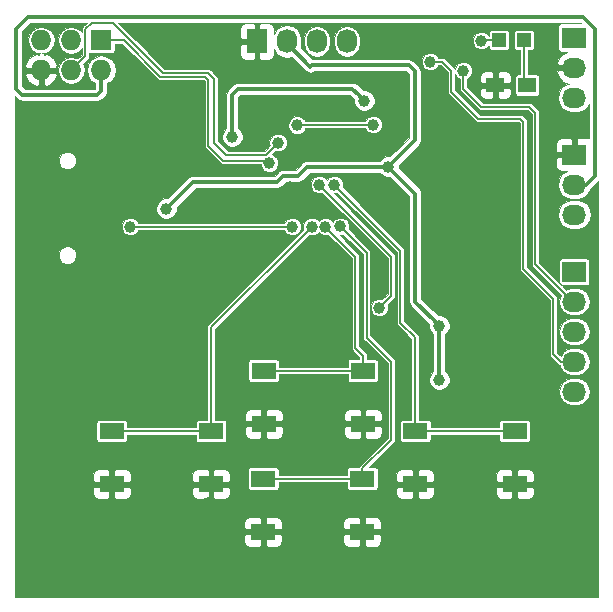
<source format=gbr>
G04 #@! TF.FileFunction,Copper,L1,Top,Signal*
%FSLAX46Y46*%
G04 Gerber Fmt 4.6, Leading zero omitted, Abs format (unit mm)*
G04 Created by KiCad (PCBNEW 4.0.6) date Thu Aug  3 21:50:21 2017*
%MOMM*%
%LPD*%
G01*
G04 APERTURE LIST*
%ADD10C,0.100000*%
%ADD11R,2.100000X1.400000*%
%ADD12R,1.727200X2.032000*%
%ADD13O,1.727200X2.032000*%
%ADD14R,1.727200X1.727200*%
%ADD15O,1.727200X1.727200*%
%ADD16R,1.198880X1.198880*%
%ADD17R,1.500000X1.300000*%
%ADD18R,2.032000X1.727200*%
%ADD19O,2.032000X1.727200*%
%ADD20C,1.000000*%
%ADD21C,0.304800*%
%ADD22C,0.152400*%
G04 APERTURE END LIST*
D10*
D11*
X119768000Y-80516000D03*
X119768000Y-85016000D03*
X111368000Y-80516000D03*
X111368000Y-85016000D03*
D12*
X110799200Y-52647600D03*
D13*
X113339200Y-52647600D03*
X115879200Y-52647600D03*
X118419200Y-52647600D03*
D14*
X97620000Y-52540000D03*
D15*
X97620000Y-55080000D03*
X95080000Y-52540000D03*
X95080000Y-55080000D03*
X92540000Y-52540000D03*
X92540000Y-55080000D03*
D16*
X131284980Y-52540000D03*
X133383020Y-52540000D03*
D17*
X133684000Y-56350000D03*
X130984000Y-56350000D03*
D11*
X132597000Y-85634000D03*
X132597000Y-90134000D03*
X124197000Y-85634000D03*
X124197000Y-90134000D03*
X119718000Y-89660000D03*
X119718000Y-94160000D03*
X111318000Y-89660000D03*
X111318000Y-94160000D03*
X106900000Y-85634000D03*
X106900000Y-90134000D03*
X98500000Y-85634000D03*
X98500000Y-90134000D03*
D18*
X137668000Y-72136000D03*
D19*
X137668000Y-74676000D03*
X137668000Y-77216000D03*
X137668000Y-79756000D03*
X137668000Y-82296000D03*
D18*
X137668000Y-52324000D03*
D19*
X137668000Y-54864000D03*
X137668000Y-57404000D03*
D18*
X137668000Y-62230000D03*
D19*
X137668000Y-64770000D03*
X137668000Y-67310000D03*
D20*
X116078000Y-91694000D03*
X116078000Y-92964000D03*
X116078000Y-94234000D03*
X114808000Y-91694000D03*
X114808000Y-92964000D03*
X114808000Y-94234000D03*
X138684000Y-86360000D03*
X138684000Y-88900000D03*
X138684000Y-91440000D03*
X138684000Y-93980000D03*
X138684000Y-96520000D03*
X138684000Y-99060000D03*
X91440000Y-76200000D03*
X91440000Y-78740000D03*
X91440000Y-81280000D03*
X91440000Y-83820000D03*
X91440000Y-86360000D03*
X91440000Y-88900000D03*
X91440000Y-91440000D03*
X91440000Y-93980000D03*
X91440000Y-96520000D03*
X91440000Y-99060000D03*
X113665000Y-91694000D03*
X113665000Y-92964000D03*
X113665000Y-94234000D03*
X117348000Y-91694000D03*
X117348000Y-92964000D03*
X117348000Y-94234000D03*
X106680000Y-91694000D03*
X106680000Y-92964000D03*
X106680000Y-94234000D03*
X106680000Y-95504000D03*
X106680000Y-96774000D03*
X113623330Y-64965210D03*
X123190000Y-55880000D03*
X110744000Y-55626000D03*
X117348000Y-62230000D03*
X113538000Y-62230000D03*
X107188000Y-65786000D03*
X114156990Y-55631620D03*
X110799200Y-52647600D03*
X123190000Y-58166000D03*
X129286000Y-96520000D03*
X126238000Y-96520000D03*
X124714000Y-96520000D03*
X129286000Y-94234000D03*
X126238000Y-94234000D03*
X124714000Y-94234000D03*
X123190000Y-96520000D03*
X123190000Y-96520000D03*
X123190000Y-96520000D03*
X123190000Y-94234000D03*
X123190000Y-94234000D03*
X108712000Y-60706000D03*
X119888000Y-57658000D03*
X100076000Y-68326000D03*
X113792000Y-68326000D03*
X121158000Y-75184000D03*
X116078000Y-64770000D03*
X117348000Y-64770000D03*
X117862625Y-68318880D03*
X116586000Y-68326000D03*
X115433590Y-68328034D03*
X129794000Y-52578000D03*
X114194195Y-59754494D03*
X114194194Y-59754494D03*
X120650000Y-59690000D03*
X125476000Y-54356000D03*
X128270000Y-55118000D03*
X111842477Y-62953927D03*
X112580790Y-61213645D03*
X121920000Y-63246000D03*
X126238000Y-81280000D03*
X126238000Y-76708000D03*
X103124000Y-66802000D03*
D21*
X97620000Y-55080000D02*
X97620000Y-56812000D01*
X139446000Y-51562000D02*
X139446000Y-64008000D01*
X139446000Y-64008000D02*
X138684000Y-64770000D01*
X97620000Y-56812000D02*
X97282000Y-57150000D01*
X138684000Y-64770000D02*
X137668000Y-64770000D01*
X97282000Y-57150000D02*
X90932000Y-57150000D01*
X90932000Y-57150000D02*
X90424000Y-56642000D01*
X90424000Y-56642000D02*
X90424000Y-51562000D01*
X138430000Y-50546000D02*
X139446000Y-51562000D01*
X90424000Y-51562000D02*
X91440000Y-50546000D01*
X91440000Y-50546000D02*
X138430000Y-50546000D01*
X116078000Y-94234000D02*
X116078000Y-92964000D01*
X114808000Y-94234000D02*
X114808000Y-92964000D01*
X138684000Y-88900000D02*
X138684000Y-86360000D01*
X138684000Y-93980000D02*
X138684000Y-91440000D01*
X138684000Y-99060000D02*
X138684000Y-96520000D01*
X91440000Y-81280000D02*
X91440000Y-78740000D01*
X91440000Y-86360000D02*
X91440000Y-83820000D01*
X91440000Y-91440000D02*
X91440000Y-88900000D01*
X91440000Y-96520000D02*
X91440000Y-93980000D01*
X105918000Y-99060000D02*
X91440000Y-99060000D01*
X106680000Y-98298000D02*
X105918000Y-99060000D01*
X106680000Y-96774000D02*
X106680000Y-98298000D01*
X113665000Y-94234000D02*
X113665000Y-92964000D01*
X117348000Y-94234000D02*
X117348000Y-92964000D01*
X106680000Y-94234000D02*
X106680000Y-92964000D01*
X106680000Y-96774000D02*
X106680000Y-95504000D01*
X113123331Y-65465209D02*
X113623330Y-64965210D01*
X112802540Y-65786000D02*
X113123331Y-65465209D01*
X107188000Y-65786000D02*
X112802540Y-65786000D01*
X123190000Y-55880000D02*
X123190000Y-58166000D01*
X110744000Y-55626000D02*
X114151370Y-55626000D01*
X114151370Y-55626000D02*
X114156990Y-55631620D01*
X117602000Y-62230000D02*
X117348000Y-62230000D01*
X113538000Y-62230000D02*
X117348000Y-62230000D01*
X117602000Y-62230000D02*
X119833106Y-62230000D01*
X123190000Y-58873106D02*
X119833106Y-62230000D01*
X123190000Y-58166000D02*
X123190000Y-58873106D01*
X114864096Y-55631620D02*
X114156990Y-55631620D01*
X123190000Y-58166000D02*
X120655620Y-55631620D01*
X120655620Y-55631620D02*
X114864096Y-55631620D01*
X110799200Y-52647600D02*
X110799200Y-52800000D01*
X126238000Y-96520000D02*
X129286000Y-96520000D01*
X123190000Y-96520000D02*
X124714000Y-96520000D01*
X126238000Y-94234000D02*
X129286000Y-94234000D01*
X123190000Y-94234000D02*
X124714000Y-94234000D01*
X108712000Y-57150000D02*
X108712000Y-60706000D01*
X109220000Y-56642000D02*
X108712000Y-57150000D01*
X118872000Y-56642000D02*
X109220000Y-56642000D01*
X119388001Y-57158001D02*
X118872000Y-56642000D01*
X119888000Y-57658000D02*
X119388001Y-57158001D01*
D22*
X113792000Y-68326000D02*
X100076000Y-68326000D01*
X122174000Y-70866000D02*
X122174000Y-74168000D01*
X122174000Y-74168000D02*
X121158000Y-75184000D01*
X121412000Y-70104000D02*
X122174000Y-70866000D01*
X116078000Y-64770000D02*
X121412000Y-70104000D01*
X117348000Y-64770000D02*
X122936000Y-70358000D01*
X122936000Y-70358000D02*
X122936000Y-76454000D01*
X124197000Y-77715000D02*
X124197000Y-85634000D01*
X122936000Y-76454000D02*
X124197000Y-77715000D01*
X124197000Y-85634000D02*
X132597000Y-85634000D01*
X117862625Y-68318880D02*
X120072811Y-70529066D01*
X120072811Y-70529066D02*
X120072811Y-77724000D01*
X120072811Y-77724000D02*
X120142000Y-77724000D01*
X122174000Y-79756000D02*
X122174000Y-86360000D01*
X120142000Y-77724000D02*
X122174000Y-79756000D01*
X122174000Y-86360000D02*
X121920000Y-86614000D01*
X121920000Y-86614000D02*
X121911600Y-86614000D01*
X121911600Y-86614000D02*
X119718000Y-88807600D01*
X119718000Y-88807600D02*
X119718000Y-89660000D01*
X119718000Y-89660000D02*
X111318000Y-89660000D01*
X116586000Y-68326000D02*
X119126000Y-70866000D01*
X119126000Y-70866000D02*
X119126000Y-71481480D01*
X119768000Y-79248000D02*
X119768000Y-80516000D01*
X119126000Y-71481480D02*
X119126000Y-78606000D01*
X119126000Y-78606000D02*
X119768000Y-79248000D01*
X111368000Y-80516000D02*
X119768000Y-80516000D01*
X106900000Y-85634000D02*
X106900000Y-76861624D01*
X114933591Y-68828033D02*
X115433590Y-68328034D01*
X106900000Y-76861624D02*
X114933591Y-68828033D01*
X106900000Y-85634000D02*
X98500000Y-85634000D01*
X131284980Y-52540000D02*
X129832000Y-52540000D01*
X129832000Y-52540000D02*
X129794000Y-52578000D01*
X120650000Y-59690000D02*
X114258688Y-59690000D01*
X114258688Y-59690000D02*
X114194194Y-59754494D01*
X131246980Y-52578000D02*
X131284980Y-52540000D01*
X125476000Y-54356000D02*
X126492000Y-54356000D01*
X126492000Y-54356000D02*
X127254000Y-55118000D01*
X127254000Y-55118000D02*
X127254000Y-56896000D01*
X133350000Y-71882000D02*
X135890000Y-74422000D01*
X127254000Y-56896000D02*
X129540000Y-59182000D01*
X129540000Y-59182000D02*
X133096000Y-59182000D01*
X133096000Y-59182000D02*
X133350000Y-59436000D01*
X133350000Y-59436000D02*
X133350000Y-71882000D01*
X135890000Y-74422000D02*
X135890000Y-79146400D01*
X135890000Y-79146400D02*
X136499600Y-79756000D01*
X136499600Y-79756000D02*
X137668000Y-79756000D01*
X128270000Y-56642000D02*
X128270000Y-55118000D01*
X128524000Y-56896000D02*
X128270000Y-56642000D01*
X128524000Y-56896000D02*
X129794000Y-58166000D01*
X129794000Y-58166000D02*
X133858000Y-58166000D01*
X133858000Y-58166000D02*
X134366000Y-58674000D01*
X134366000Y-58674000D02*
X134366000Y-71526400D01*
X134366000Y-71526400D02*
X137515600Y-74676000D01*
X137515600Y-74676000D02*
X137668000Y-74676000D01*
X106680000Y-55880000D02*
X106680000Y-61468000D01*
X106680000Y-61468000D02*
X107950000Y-62738000D01*
X107950000Y-62738000D02*
X111626550Y-62738000D01*
X97620000Y-52540000D02*
X99530000Y-52540000D01*
X99530000Y-52540000D02*
X102616000Y-55626000D01*
X102616000Y-55626000D02*
X106426000Y-55626000D01*
X106426000Y-55626000D02*
X106680000Y-55880000D01*
X111626550Y-62738000D02*
X111842477Y-62953927D01*
X95080000Y-55080000D02*
X96266000Y-53894000D01*
X106636832Y-55321189D02*
X107188000Y-55872357D01*
X107188000Y-61214000D02*
X108204000Y-62230000D01*
X96266000Y-53894000D02*
X96266000Y-51612636D01*
X96266000Y-51612636D02*
X96799225Y-51079411D01*
X98577411Y-51079411D02*
X102819189Y-55321189D01*
X96799225Y-51079411D02*
X98577411Y-51079411D01*
X102819189Y-55321189D02*
X106636832Y-55321189D01*
X111564435Y-62230000D02*
X111818435Y-61976000D01*
X107188000Y-55872357D02*
X107188000Y-61214000D01*
X108204000Y-62230000D02*
X111564435Y-62230000D01*
X111818435Y-61976000D02*
X112580790Y-61213645D01*
X133383020Y-52540000D02*
X133383020Y-56049020D01*
X133383020Y-56049020D02*
X133684000Y-56350000D01*
D21*
X103124000Y-66802000D02*
X105410000Y-64516000D01*
X105410000Y-64516000D02*
X112522000Y-64516000D01*
X114300000Y-64008000D02*
X115062000Y-63246000D01*
X112522000Y-64516000D02*
X113030000Y-64008000D01*
X113030000Y-64008000D02*
X114300000Y-64008000D01*
X115062000Y-63246000D02*
X121920000Y-63246000D01*
X121920000Y-63246000D02*
X124147201Y-61018799D01*
X124147201Y-55166543D02*
X123649457Y-54668799D01*
X115316000Y-54776800D02*
X113339200Y-52800000D01*
X124147201Y-61018799D02*
X124147201Y-55166543D01*
X115424001Y-54668799D02*
X115316000Y-54776800D01*
X113339200Y-52800000D02*
X113339200Y-52647600D01*
X123649457Y-54668799D02*
X115424001Y-54668799D01*
X121920000Y-63246000D02*
X124206000Y-65532000D01*
X124206000Y-65532000D02*
X124206000Y-74676000D01*
X124206000Y-74676000D02*
X125738001Y-76208001D01*
X125738001Y-76208001D02*
X126238000Y-76708000D01*
X126238000Y-76708000D02*
X126238000Y-81280000D01*
D10*
G36*
X96035342Y-51381978D02*
X95964630Y-51487804D01*
X95964630Y-51487805D01*
X95939800Y-51612636D01*
X95939800Y-51839052D01*
X95867434Y-51730749D01*
X95506156Y-51489351D01*
X95080000Y-51404583D01*
X94653844Y-51489351D01*
X94292566Y-51730749D01*
X94051168Y-52092027D01*
X93966400Y-52518183D01*
X93966400Y-52561817D01*
X94051168Y-52987973D01*
X94292566Y-53349251D01*
X94653844Y-53590649D01*
X95080000Y-53675417D01*
X95506156Y-53590649D01*
X95867434Y-53349251D01*
X95939800Y-53240948D01*
X95939800Y-53758884D01*
X95603974Y-54094710D01*
X95506156Y-54029351D01*
X95080000Y-53944583D01*
X94653844Y-54029351D01*
X94292566Y-54270749D01*
X94051168Y-54632027D01*
X93966400Y-55058183D01*
X93966400Y-55101817D01*
X94051168Y-55527973D01*
X94292566Y-55889251D01*
X94653844Y-56130649D01*
X95080000Y-56215417D01*
X95506156Y-56130649D01*
X95867434Y-55889251D01*
X96108832Y-55527973D01*
X96193600Y-55101817D01*
X96193600Y-55058183D01*
X96108832Y-54632027D01*
X96060950Y-54560366D01*
X96496658Y-54124658D01*
X96567370Y-54018831D01*
X96592200Y-53894000D01*
X96592200Y-53593981D01*
X96657231Y-53638415D01*
X96756400Y-53658497D01*
X98483600Y-53658497D01*
X98576244Y-53641065D01*
X98661332Y-53586312D01*
X98718415Y-53502769D01*
X98738497Y-53403600D01*
X98738497Y-52866200D01*
X99394884Y-52866200D01*
X102385342Y-55856658D01*
X102491168Y-55927370D01*
X102616000Y-55952200D01*
X106290884Y-55952200D01*
X106353800Y-56015116D01*
X106353800Y-61468000D01*
X106378630Y-61592832D01*
X106449342Y-61698658D01*
X107719342Y-62968658D01*
X107825169Y-63039370D01*
X107950000Y-63064200D01*
X111092380Y-63064200D01*
X111092347Y-63102457D01*
X111206288Y-63378213D01*
X111417082Y-63589375D01*
X111692638Y-63703796D01*
X111991007Y-63704057D01*
X112266763Y-63590116D01*
X112477925Y-63379322D01*
X112592346Y-63103766D01*
X112592607Y-62805397D01*
X112478666Y-62529641D01*
X112267872Y-62318479D01*
X112034272Y-62221479D01*
X112332936Y-61922815D01*
X112430951Y-61963514D01*
X112729320Y-61963775D01*
X113005076Y-61849834D01*
X113216238Y-61639040D01*
X113330659Y-61363484D01*
X113330920Y-61065115D01*
X113216979Y-60789359D01*
X113006185Y-60578197D01*
X112730629Y-60463776D01*
X112432260Y-60463515D01*
X112156504Y-60577456D01*
X111945342Y-60788250D01*
X111830921Y-61063806D01*
X111830660Y-61362175D01*
X111871677Y-61461442D01*
X111429319Y-61903800D01*
X108339116Y-61903800D01*
X107514200Y-61078884D01*
X107514200Y-60875284D01*
X107857051Y-60875284D01*
X107986913Y-61189573D01*
X108227162Y-61430242D01*
X108541224Y-61560652D01*
X108881284Y-61560949D01*
X109195573Y-61431087D01*
X109436242Y-61190838D01*
X109566652Y-60876776D01*
X109566949Y-60536716D01*
X109437087Y-60222427D01*
X109219200Y-60004159D01*
X109219200Y-59903024D01*
X113444064Y-59903024D01*
X113558005Y-60178780D01*
X113768799Y-60389942D01*
X114044355Y-60504363D01*
X114342724Y-60504624D01*
X114342725Y-60504624D01*
X114618481Y-60390683D01*
X114829643Y-60179889D01*
X114897613Y-60016200D01*
X119973282Y-60016200D01*
X120013811Y-60114286D01*
X120224605Y-60325448D01*
X120500161Y-60439869D01*
X120798530Y-60440130D01*
X121074286Y-60326189D01*
X121285448Y-60115395D01*
X121399869Y-59839839D01*
X121400130Y-59541470D01*
X121286189Y-59265714D01*
X121075395Y-59054552D01*
X120799839Y-58940131D01*
X120501470Y-58939870D01*
X120225714Y-59053811D01*
X120014552Y-59264605D01*
X119973363Y-59363800D01*
X114844264Y-59363800D01*
X114830384Y-59330208D01*
X114619590Y-59119046D01*
X114344034Y-59004625D01*
X114045665Y-59004364D01*
X113769908Y-59118305D01*
X113558746Y-59329099D01*
X113444325Y-59604655D01*
X113444064Y-59903024D01*
X109219200Y-59903024D01*
X109219200Y-57360090D01*
X109430089Y-57149200D01*
X118661910Y-57149200D01*
X119029354Y-57516643D01*
X119029356Y-57516646D01*
X119033319Y-57520609D01*
X119033051Y-57827284D01*
X119162913Y-58141573D01*
X119403162Y-58382242D01*
X119717224Y-58512652D01*
X120057284Y-58512949D01*
X120371573Y-58383087D01*
X120612242Y-58142838D01*
X120742652Y-57828776D01*
X120742949Y-57488716D01*
X120613087Y-57174427D01*
X120372838Y-56933758D01*
X120058776Y-56803348D01*
X119750369Y-56803079D01*
X119746646Y-56799356D01*
X119746643Y-56799354D01*
X119230645Y-56283355D01*
X119066097Y-56173408D01*
X118872000Y-56134799D01*
X118871995Y-56134800D01*
X109220000Y-56134800D01*
X109025902Y-56173408D01*
X108963032Y-56215417D01*
X108861355Y-56283355D01*
X108861353Y-56283358D01*
X108353355Y-56791355D01*
X108243408Y-56955903D01*
X108204799Y-57150000D01*
X108204800Y-57150005D01*
X108204800Y-60004499D01*
X107987758Y-60221162D01*
X107857348Y-60535224D01*
X107857051Y-60875284D01*
X107514200Y-60875284D01*
X107514200Y-55872357D01*
X107489370Y-55747526D01*
X107418658Y-55641699D01*
X106867490Y-55090531D01*
X106761664Y-55019819D01*
X106636832Y-54994989D01*
X102954305Y-54994989D01*
X100950416Y-52991100D01*
X109377600Y-52991100D01*
X109377600Y-53774593D01*
X109462550Y-53979682D01*
X109619518Y-54136649D01*
X109824607Y-54221600D01*
X110455700Y-54221600D01*
X110595200Y-54082100D01*
X110595200Y-52851600D01*
X109517100Y-52851600D01*
X109377600Y-52991100D01*
X100950416Y-52991100D01*
X99479923Y-51520607D01*
X109377600Y-51520607D01*
X109377600Y-52304100D01*
X109517100Y-52443600D01*
X110595200Y-52443600D01*
X110595200Y-51213100D01*
X110455700Y-51073600D01*
X109824607Y-51073600D01*
X109619518Y-51158551D01*
X109462550Y-51315518D01*
X109377600Y-51520607D01*
X99479923Y-51520607D01*
X99012516Y-51053200D01*
X138219910Y-51053200D01*
X138265360Y-51098650D01*
X136652000Y-51098650D01*
X136520519Y-51123390D01*
X136399762Y-51201095D01*
X136318751Y-51319659D01*
X136290250Y-51460400D01*
X136290250Y-53187600D01*
X136314990Y-53319081D01*
X136392695Y-53439838D01*
X136511259Y-53520849D01*
X136652000Y-53549350D01*
X137053652Y-53549350D01*
X136730754Y-53682005D01*
X136338167Y-54072327D01*
X136157947Y-54442426D01*
X136249834Y-54660000D01*
X137464000Y-54660000D01*
X137464000Y-54640000D01*
X137872000Y-54640000D01*
X137872000Y-54660000D01*
X137892000Y-54660000D01*
X137892000Y-55068000D01*
X137872000Y-55068000D01*
X137872000Y-55088000D01*
X137464000Y-55088000D01*
X137464000Y-55068000D01*
X136249834Y-55068000D01*
X136157947Y-55285574D01*
X136338167Y-55655673D01*
X136730754Y-56045995D01*
X137206989Y-56241645D01*
X137022483Y-56278345D01*
X136627205Y-56542461D01*
X136363089Y-56937739D01*
X136270344Y-57404000D01*
X136363089Y-57870261D01*
X136627205Y-58265539D01*
X137022483Y-58529655D01*
X137488744Y-58622400D01*
X137847256Y-58622400D01*
X138313517Y-58529655D01*
X138708795Y-58265539D01*
X138938800Y-57921312D01*
X138938800Y-60867966D01*
X138794993Y-60808400D01*
X138011500Y-60808400D01*
X137872000Y-60947900D01*
X137872000Y-62026000D01*
X137892000Y-62026000D01*
X137892000Y-62434000D01*
X137872000Y-62434000D01*
X137872000Y-62454000D01*
X137464000Y-62454000D01*
X137464000Y-62434000D01*
X136233500Y-62434000D01*
X136094000Y-62573500D01*
X136094000Y-63204593D01*
X136178951Y-63409682D01*
X136335918Y-63566650D01*
X136541007Y-63651600D01*
X137011625Y-63651600D01*
X136627205Y-63908461D01*
X136363089Y-64303739D01*
X136270344Y-64770000D01*
X136363089Y-65236261D01*
X136627205Y-65631539D01*
X137022483Y-65895655D01*
X137488744Y-65988400D01*
X137847256Y-65988400D01*
X138313517Y-65895655D01*
X138708795Y-65631539D01*
X138972911Y-65236261D01*
X138986909Y-65165886D01*
X139042645Y-65128645D01*
X139675000Y-64496289D01*
X139675000Y-99675000D01*
X90325000Y-99675000D01*
X90325000Y-94503500D01*
X109710000Y-94503500D01*
X109710000Y-94970993D01*
X109794950Y-95176082D01*
X109951918Y-95333049D01*
X110157007Y-95418000D01*
X110974500Y-95418000D01*
X111114000Y-95278500D01*
X111114000Y-94364000D01*
X111522000Y-94364000D01*
X111522000Y-95278500D01*
X111661500Y-95418000D01*
X112478993Y-95418000D01*
X112684082Y-95333049D01*
X112841050Y-95176082D01*
X112926000Y-94970993D01*
X112926000Y-94503500D01*
X118110000Y-94503500D01*
X118110000Y-94970993D01*
X118194950Y-95176082D01*
X118351918Y-95333049D01*
X118557007Y-95418000D01*
X119374500Y-95418000D01*
X119514000Y-95278500D01*
X119514000Y-94364000D01*
X119922000Y-94364000D01*
X119922000Y-95278500D01*
X120061500Y-95418000D01*
X120878993Y-95418000D01*
X121084082Y-95333049D01*
X121241050Y-95176082D01*
X121326000Y-94970993D01*
X121326000Y-94503500D01*
X121186500Y-94364000D01*
X119922000Y-94364000D01*
X119514000Y-94364000D01*
X118249500Y-94364000D01*
X118110000Y-94503500D01*
X112926000Y-94503500D01*
X112786500Y-94364000D01*
X111522000Y-94364000D01*
X111114000Y-94364000D01*
X109849500Y-94364000D01*
X109710000Y-94503500D01*
X90325000Y-94503500D01*
X90325000Y-93349007D01*
X109710000Y-93349007D01*
X109710000Y-93816500D01*
X109849500Y-93956000D01*
X111114000Y-93956000D01*
X111114000Y-93041500D01*
X111522000Y-93041500D01*
X111522000Y-93956000D01*
X112786500Y-93956000D01*
X112926000Y-93816500D01*
X112926000Y-93349007D01*
X118110000Y-93349007D01*
X118110000Y-93816500D01*
X118249500Y-93956000D01*
X119514000Y-93956000D01*
X119514000Y-93041500D01*
X119922000Y-93041500D01*
X119922000Y-93956000D01*
X121186500Y-93956000D01*
X121326000Y-93816500D01*
X121326000Y-93349007D01*
X121241050Y-93143918D01*
X121084082Y-92986951D01*
X120878993Y-92902000D01*
X120061500Y-92902000D01*
X119922000Y-93041500D01*
X119514000Y-93041500D01*
X119374500Y-92902000D01*
X118557007Y-92902000D01*
X118351918Y-92986951D01*
X118194950Y-93143918D01*
X118110000Y-93349007D01*
X112926000Y-93349007D01*
X112841050Y-93143918D01*
X112684082Y-92986951D01*
X112478993Y-92902000D01*
X111661500Y-92902000D01*
X111522000Y-93041500D01*
X111114000Y-93041500D01*
X110974500Y-92902000D01*
X110157007Y-92902000D01*
X109951918Y-92986951D01*
X109794950Y-93143918D01*
X109710000Y-93349007D01*
X90325000Y-93349007D01*
X90325000Y-90477500D01*
X96892000Y-90477500D01*
X96892000Y-90944993D01*
X96976950Y-91150082D01*
X97133918Y-91307049D01*
X97339007Y-91392000D01*
X98156500Y-91392000D01*
X98296000Y-91252500D01*
X98296000Y-90338000D01*
X98704000Y-90338000D01*
X98704000Y-91252500D01*
X98843500Y-91392000D01*
X99660993Y-91392000D01*
X99866082Y-91307049D01*
X100023050Y-91150082D01*
X100108000Y-90944993D01*
X100108000Y-90477500D01*
X105292000Y-90477500D01*
X105292000Y-90944993D01*
X105376950Y-91150082D01*
X105533918Y-91307049D01*
X105739007Y-91392000D01*
X106556500Y-91392000D01*
X106696000Y-91252500D01*
X106696000Y-90338000D01*
X107104000Y-90338000D01*
X107104000Y-91252500D01*
X107243500Y-91392000D01*
X108060993Y-91392000D01*
X108266082Y-91307049D01*
X108423050Y-91150082D01*
X108508000Y-90944993D01*
X108508000Y-90477500D01*
X108368500Y-90338000D01*
X107104000Y-90338000D01*
X106696000Y-90338000D01*
X105431500Y-90338000D01*
X105292000Y-90477500D01*
X100108000Y-90477500D01*
X99968500Y-90338000D01*
X98704000Y-90338000D01*
X98296000Y-90338000D01*
X97031500Y-90338000D01*
X96892000Y-90477500D01*
X90325000Y-90477500D01*
X90325000Y-89323007D01*
X96892000Y-89323007D01*
X96892000Y-89790500D01*
X97031500Y-89930000D01*
X98296000Y-89930000D01*
X98296000Y-89015500D01*
X98704000Y-89015500D01*
X98704000Y-89930000D01*
X99968500Y-89930000D01*
X100108000Y-89790500D01*
X100108000Y-89323007D01*
X105292000Y-89323007D01*
X105292000Y-89790500D01*
X105431500Y-89930000D01*
X106696000Y-89930000D01*
X106696000Y-89015500D01*
X107104000Y-89015500D01*
X107104000Y-89930000D01*
X108368500Y-89930000D01*
X108508000Y-89790500D01*
X108508000Y-89323007D01*
X108423050Y-89117918D01*
X108266082Y-88960951D01*
X108060993Y-88876000D01*
X107243500Y-88876000D01*
X107104000Y-89015500D01*
X106696000Y-89015500D01*
X106556500Y-88876000D01*
X105739007Y-88876000D01*
X105533918Y-88960951D01*
X105376950Y-89117918D01*
X105292000Y-89323007D01*
X100108000Y-89323007D01*
X100023050Y-89117918D01*
X99866082Y-88960951D01*
X99660993Y-88876000D01*
X98843500Y-88876000D01*
X98704000Y-89015500D01*
X98296000Y-89015500D01*
X98156500Y-88876000D01*
X97339007Y-88876000D01*
X97133918Y-88960951D01*
X96976950Y-89117918D01*
X96892000Y-89323007D01*
X90325000Y-89323007D01*
X90325000Y-84934000D01*
X97195103Y-84934000D01*
X97195103Y-86334000D01*
X97212535Y-86426644D01*
X97267288Y-86511732D01*
X97350831Y-86568815D01*
X97450000Y-86588897D01*
X99550000Y-86588897D01*
X99642644Y-86571465D01*
X99727732Y-86516712D01*
X99784815Y-86433169D01*
X99804897Y-86334000D01*
X99804897Y-85960200D01*
X105595103Y-85960200D01*
X105595103Y-86334000D01*
X105612535Y-86426644D01*
X105667288Y-86511732D01*
X105750831Y-86568815D01*
X105850000Y-86588897D01*
X107950000Y-86588897D01*
X108042644Y-86571465D01*
X108127732Y-86516712D01*
X108184815Y-86433169D01*
X108204897Y-86334000D01*
X108204897Y-85359500D01*
X109760000Y-85359500D01*
X109760000Y-85826993D01*
X109844950Y-86032082D01*
X110001918Y-86189049D01*
X110207007Y-86274000D01*
X111024500Y-86274000D01*
X111164000Y-86134500D01*
X111164000Y-85220000D01*
X111572000Y-85220000D01*
X111572000Y-86134500D01*
X111711500Y-86274000D01*
X112528993Y-86274000D01*
X112734082Y-86189049D01*
X112891050Y-86032082D01*
X112976000Y-85826993D01*
X112976000Y-85359500D01*
X118160000Y-85359500D01*
X118160000Y-85826993D01*
X118244950Y-86032082D01*
X118401918Y-86189049D01*
X118607007Y-86274000D01*
X119424500Y-86274000D01*
X119564000Y-86134500D01*
X119564000Y-85220000D01*
X119972000Y-85220000D01*
X119972000Y-86134500D01*
X120111500Y-86274000D01*
X120928993Y-86274000D01*
X121134082Y-86189049D01*
X121291050Y-86032082D01*
X121376000Y-85826993D01*
X121376000Y-85359500D01*
X121236500Y-85220000D01*
X119972000Y-85220000D01*
X119564000Y-85220000D01*
X118299500Y-85220000D01*
X118160000Y-85359500D01*
X112976000Y-85359500D01*
X112836500Y-85220000D01*
X111572000Y-85220000D01*
X111164000Y-85220000D01*
X109899500Y-85220000D01*
X109760000Y-85359500D01*
X108204897Y-85359500D01*
X108204897Y-84934000D01*
X108187465Y-84841356D01*
X108132712Y-84756268D01*
X108049169Y-84699185D01*
X107950000Y-84679103D01*
X107226200Y-84679103D01*
X107226200Y-84205007D01*
X109760000Y-84205007D01*
X109760000Y-84672500D01*
X109899500Y-84812000D01*
X111164000Y-84812000D01*
X111164000Y-83897500D01*
X111572000Y-83897500D01*
X111572000Y-84812000D01*
X112836500Y-84812000D01*
X112976000Y-84672500D01*
X112976000Y-84205007D01*
X118160000Y-84205007D01*
X118160000Y-84672500D01*
X118299500Y-84812000D01*
X119564000Y-84812000D01*
X119564000Y-83897500D01*
X119972000Y-83897500D01*
X119972000Y-84812000D01*
X121236500Y-84812000D01*
X121376000Y-84672500D01*
X121376000Y-84205007D01*
X121291050Y-83999918D01*
X121134082Y-83842951D01*
X120928993Y-83758000D01*
X120111500Y-83758000D01*
X119972000Y-83897500D01*
X119564000Y-83897500D01*
X119424500Y-83758000D01*
X118607007Y-83758000D01*
X118401918Y-83842951D01*
X118244950Y-83999918D01*
X118160000Y-84205007D01*
X112976000Y-84205007D01*
X112891050Y-83999918D01*
X112734082Y-83842951D01*
X112528993Y-83758000D01*
X111711500Y-83758000D01*
X111572000Y-83897500D01*
X111164000Y-83897500D01*
X111024500Y-83758000D01*
X110207007Y-83758000D01*
X110001918Y-83842951D01*
X109844950Y-83999918D01*
X109760000Y-84205007D01*
X107226200Y-84205007D01*
X107226200Y-76996740D01*
X115185736Y-69037204D01*
X115283751Y-69077903D01*
X115582120Y-69078164D01*
X115857876Y-68964223D01*
X116010892Y-68811474D01*
X116160605Y-68961448D01*
X116436161Y-69075869D01*
X116734530Y-69076130D01*
X116833797Y-69035113D01*
X118799800Y-71001117D01*
X118799800Y-78606000D01*
X118824630Y-78730832D01*
X118895342Y-78836658D01*
X119441800Y-79383116D01*
X119441800Y-79561103D01*
X118718000Y-79561103D01*
X118625356Y-79578535D01*
X118540268Y-79633288D01*
X118483185Y-79716831D01*
X118463103Y-79816000D01*
X118463103Y-80189800D01*
X112672897Y-80189800D01*
X112672897Y-79816000D01*
X112655465Y-79723356D01*
X112600712Y-79638268D01*
X112517169Y-79581185D01*
X112418000Y-79561103D01*
X110318000Y-79561103D01*
X110225356Y-79578535D01*
X110140268Y-79633288D01*
X110083185Y-79716831D01*
X110063103Y-79816000D01*
X110063103Y-81216000D01*
X110080535Y-81308644D01*
X110135288Y-81393732D01*
X110218831Y-81450815D01*
X110318000Y-81470897D01*
X112418000Y-81470897D01*
X112510644Y-81453465D01*
X112595732Y-81398712D01*
X112652815Y-81315169D01*
X112672897Y-81216000D01*
X112672897Y-80842200D01*
X118463103Y-80842200D01*
X118463103Y-81216000D01*
X118480535Y-81308644D01*
X118535288Y-81393732D01*
X118618831Y-81450815D01*
X118718000Y-81470897D01*
X120818000Y-81470897D01*
X120910644Y-81453465D01*
X120995732Y-81398712D01*
X121052815Y-81315169D01*
X121072897Y-81216000D01*
X121072897Y-79816000D01*
X121055465Y-79723356D01*
X121000712Y-79638268D01*
X120917169Y-79581185D01*
X120818000Y-79561103D01*
X120094200Y-79561103D01*
X120094200Y-79248000D01*
X120069370Y-79123169D01*
X120069370Y-79123168D01*
X119998658Y-79017342D01*
X119452200Y-78470884D01*
X119452200Y-70866000D01*
X119427370Y-70741169D01*
X119389304Y-70684199D01*
X119356658Y-70635341D01*
X117790133Y-69068817D01*
X118011155Y-69069010D01*
X118110422Y-69027993D01*
X119746611Y-70664182D01*
X119746611Y-77724000D01*
X119771441Y-77848831D01*
X119842153Y-77954658D01*
X119947980Y-78025370D01*
X119990514Y-78033830D01*
X121847800Y-79891116D01*
X121847800Y-86224884D01*
X121706258Y-86366426D01*
X121680942Y-86383342D01*
X119487342Y-88576942D01*
X119416630Y-88682768D01*
X119412187Y-88705103D01*
X118668000Y-88705103D01*
X118575356Y-88722535D01*
X118490268Y-88777288D01*
X118433185Y-88860831D01*
X118413103Y-88960000D01*
X118413103Y-89333800D01*
X112622897Y-89333800D01*
X112622897Y-88960000D01*
X112605465Y-88867356D01*
X112550712Y-88782268D01*
X112467169Y-88725185D01*
X112368000Y-88705103D01*
X110268000Y-88705103D01*
X110175356Y-88722535D01*
X110090268Y-88777288D01*
X110033185Y-88860831D01*
X110013103Y-88960000D01*
X110013103Y-90360000D01*
X110030535Y-90452644D01*
X110085288Y-90537732D01*
X110168831Y-90594815D01*
X110268000Y-90614897D01*
X112368000Y-90614897D01*
X112460644Y-90597465D01*
X112545732Y-90542712D01*
X112602815Y-90459169D01*
X112622897Y-90360000D01*
X112622897Y-89986200D01*
X118413103Y-89986200D01*
X118413103Y-90360000D01*
X118430535Y-90452644D01*
X118485288Y-90537732D01*
X118568831Y-90594815D01*
X118668000Y-90614897D01*
X120768000Y-90614897D01*
X120860644Y-90597465D01*
X120945732Y-90542712D01*
X120990289Y-90477500D01*
X122589000Y-90477500D01*
X122589000Y-90944993D01*
X122673950Y-91150082D01*
X122830918Y-91307049D01*
X123036007Y-91392000D01*
X123853500Y-91392000D01*
X123993000Y-91252500D01*
X123993000Y-90338000D01*
X124401000Y-90338000D01*
X124401000Y-91252500D01*
X124540500Y-91392000D01*
X125357993Y-91392000D01*
X125563082Y-91307049D01*
X125720050Y-91150082D01*
X125805000Y-90944993D01*
X125805000Y-90477500D01*
X130989000Y-90477500D01*
X130989000Y-90944993D01*
X131073950Y-91150082D01*
X131230918Y-91307049D01*
X131436007Y-91392000D01*
X132253500Y-91392000D01*
X132393000Y-91252500D01*
X132393000Y-90338000D01*
X132801000Y-90338000D01*
X132801000Y-91252500D01*
X132940500Y-91392000D01*
X133757993Y-91392000D01*
X133963082Y-91307049D01*
X134120050Y-91150082D01*
X134205000Y-90944993D01*
X134205000Y-90477500D01*
X134065500Y-90338000D01*
X132801000Y-90338000D01*
X132393000Y-90338000D01*
X131128500Y-90338000D01*
X130989000Y-90477500D01*
X125805000Y-90477500D01*
X125665500Y-90338000D01*
X124401000Y-90338000D01*
X123993000Y-90338000D01*
X122728500Y-90338000D01*
X122589000Y-90477500D01*
X120990289Y-90477500D01*
X121002815Y-90459169D01*
X121022897Y-90360000D01*
X121022897Y-89323007D01*
X122589000Y-89323007D01*
X122589000Y-89790500D01*
X122728500Y-89930000D01*
X123993000Y-89930000D01*
X123993000Y-89015500D01*
X124401000Y-89015500D01*
X124401000Y-89930000D01*
X125665500Y-89930000D01*
X125805000Y-89790500D01*
X125805000Y-89323007D01*
X130989000Y-89323007D01*
X130989000Y-89790500D01*
X131128500Y-89930000D01*
X132393000Y-89930000D01*
X132393000Y-89015500D01*
X132801000Y-89015500D01*
X132801000Y-89930000D01*
X134065500Y-89930000D01*
X134205000Y-89790500D01*
X134205000Y-89323007D01*
X134120050Y-89117918D01*
X133963082Y-88960951D01*
X133757993Y-88876000D01*
X132940500Y-88876000D01*
X132801000Y-89015500D01*
X132393000Y-89015500D01*
X132253500Y-88876000D01*
X131436007Y-88876000D01*
X131230918Y-88960951D01*
X131073950Y-89117918D01*
X130989000Y-89323007D01*
X125805000Y-89323007D01*
X125720050Y-89117918D01*
X125563082Y-88960951D01*
X125357993Y-88876000D01*
X124540500Y-88876000D01*
X124401000Y-89015500D01*
X123993000Y-89015500D01*
X123853500Y-88876000D01*
X123036007Y-88876000D01*
X122830918Y-88960951D01*
X122673950Y-89117918D01*
X122589000Y-89323007D01*
X121022897Y-89323007D01*
X121022897Y-88960000D01*
X121005465Y-88867356D01*
X120950712Y-88782268D01*
X120867169Y-88725185D01*
X120768000Y-88705103D01*
X120281813Y-88705103D01*
X122125342Y-86861574D01*
X122150658Y-86844658D01*
X122404658Y-86590658D01*
X122419253Y-86568815D01*
X122475370Y-86484831D01*
X122500200Y-86360000D01*
X122500200Y-79756000D01*
X122476782Y-79638268D01*
X122475370Y-79631168D01*
X122404658Y-79525342D01*
X120399011Y-77519695D01*
X120399011Y-70529066D01*
X120374181Y-70404235D01*
X120374181Y-70404234D01*
X120303469Y-70298408D01*
X118571795Y-68566734D01*
X118612494Y-68468719D01*
X118612755Y-68170350D01*
X118498814Y-67894594D01*
X118288020Y-67683432D01*
X118012464Y-67569011D01*
X117714095Y-67568750D01*
X117438339Y-67682691D01*
X117227177Y-67893485D01*
X117222973Y-67903610D01*
X117222189Y-67901714D01*
X117011395Y-67690552D01*
X116735839Y-67576131D01*
X116437470Y-67575870D01*
X116161714Y-67689811D01*
X116008698Y-67842560D01*
X115858985Y-67692586D01*
X115583429Y-67578165D01*
X115285060Y-67577904D01*
X115009304Y-67691845D01*
X114798142Y-67902639D01*
X114683721Y-68178195D01*
X114683460Y-68476564D01*
X114724477Y-68575831D01*
X106669342Y-76630966D01*
X106598630Y-76736792D01*
X106598630Y-76736793D01*
X106573800Y-76861624D01*
X106573800Y-84679103D01*
X105850000Y-84679103D01*
X105757356Y-84696535D01*
X105672268Y-84751288D01*
X105615185Y-84834831D01*
X105595103Y-84934000D01*
X105595103Y-85307800D01*
X99804897Y-85307800D01*
X99804897Y-84934000D01*
X99787465Y-84841356D01*
X99732712Y-84756268D01*
X99649169Y-84699185D01*
X99550000Y-84679103D01*
X97450000Y-84679103D01*
X97357356Y-84696535D01*
X97272268Y-84751288D01*
X97215185Y-84834831D01*
X97195103Y-84934000D01*
X90325000Y-84934000D01*
X90325000Y-70886530D01*
X93991870Y-70886530D01*
X94105811Y-71162286D01*
X94316605Y-71373448D01*
X94592161Y-71487869D01*
X94890530Y-71488130D01*
X95166286Y-71374189D01*
X95377448Y-71163395D01*
X95491869Y-70887839D01*
X95492130Y-70589470D01*
X95378189Y-70313714D01*
X95167395Y-70102552D01*
X94891839Y-69988131D01*
X94593470Y-69987870D01*
X94317714Y-70101811D01*
X94106552Y-70312605D01*
X93992131Y-70588161D01*
X93991870Y-70886530D01*
X90325000Y-70886530D01*
X90325000Y-68474530D01*
X99325870Y-68474530D01*
X99439811Y-68750286D01*
X99650605Y-68961448D01*
X99926161Y-69075869D01*
X100224530Y-69076130D01*
X100500286Y-68962189D01*
X100711448Y-68751395D01*
X100752637Y-68652200D01*
X113115282Y-68652200D01*
X113155811Y-68750286D01*
X113366605Y-68961448D01*
X113642161Y-69075869D01*
X113940530Y-69076130D01*
X114216286Y-68962189D01*
X114427448Y-68751395D01*
X114541869Y-68475839D01*
X114542130Y-68177470D01*
X114428189Y-67901714D01*
X114217395Y-67690552D01*
X113941839Y-67576131D01*
X113643470Y-67575870D01*
X113367714Y-67689811D01*
X113156552Y-67900605D01*
X113115363Y-67999800D01*
X100752718Y-67999800D01*
X100712189Y-67901714D01*
X100501395Y-67690552D01*
X100225839Y-67576131D01*
X99927470Y-67575870D01*
X99651714Y-67689811D01*
X99440552Y-67900605D01*
X99326131Y-68176161D01*
X99325870Y-68474530D01*
X90325000Y-68474530D01*
X90325000Y-66971284D01*
X102269051Y-66971284D01*
X102398913Y-67285573D01*
X102639162Y-67526242D01*
X102953224Y-67656652D01*
X103293284Y-67656949D01*
X103607573Y-67527087D01*
X103848242Y-67286838D01*
X103978652Y-66972776D01*
X103978921Y-66664368D01*
X105620089Y-65023200D01*
X112521995Y-65023200D01*
X112522000Y-65023201D01*
X112716097Y-64984592D01*
X112814966Y-64918530D01*
X115327870Y-64918530D01*
X115441811Y-65194286D01*
X115652605Y-65405448D01*
X115928161Y-65519869D01*
X116226530Y-65520130D01*
X116325797Y-65479113D01*
X121847800Y-71001116D01*
X121847800Y-74032884D01*
X121405854Y-74474830D01*
X121307839Y-74434131D01*
X121009470Y-74433870D01*
X120733714Y-74547811D01*
X120522552Y-74758605D01*
X120408131Y-75034161D01*
X120407870Y-75332530D01*
X120521811Y-75608286D01*
X120732605Y-75819448D01*
X121008161Y-75933869D01*
X121306530Y-75934130D01*
X121582286Y-75820189D01*
X121793448Y-75609395D01*
X121907869Y-75333839D01*
X121908130Y-75035470D01*
X121867113Y-74936203D01*
X122404658Y-74398658D01*
X122475370Y-74292832D01*
X122500200Y-74168000D01*
X122500200Y-70866000D01*
X122475370Y-70741169D01*
X122475370Y-70741168D01*
X122404658Y-70635342D01*
X117289265Y-65519949D01*
X117496530Y-65520130D01*
X117595797Y-65479113D01*
X122609800Y-70493117D01*
X122609800Y-76454000D01*
X122634630Y-76578832D01*
X122705342Y-76684658D01*
X123870800Y-77850116D01*
X123870800Y-84679103D01*
X123147000Y-84679103D01*
X123054356Y-84696535D01*
X122969268Y-84751288D01*
X122912185Y-84834831D01*
X122892103Y-84934000D01*
X122892103Y-86334000D01*
X122909535Y-86426644D01*
X122964288Y-86511732D01*
X123047831Y-86568815D01*
X123147000Y-86588897D01*
X125247000Y-86588897D01*
X125339644Y-86571465D01*
X125424732Y-86516712D01*
X125481815Y-86433169D01*
X125501897Y-86334000D01*
X125501897Y-85960200D01*
X131292103Y-85960200D01*
X131292103Y-86334000D01*
X131309535Y-86426644D01*
X131364288Y-86511732D01*
X131447831Y-86568815D01*
X131547000Y-86588897D01*
X133647000Y-86588897D01*
X133739644Y-86571465D01*
X133824732Y-86516712D01*
X133881815Y-86433169D01*
X133901897Y-86334000D01*
X133901897Y-84934000D01*
X133884465Y-84841356D01*
X133829712Y-84756268D01*
X133746169Y-84699185D01*
X133647000Y-84679103D01*
X131547000Y-84679103D01*
X131454356Y-84696535D01*
X131369268Y-84751288D01*
X131312185Y-84834831D01*
X131292103Y-84934000D01*
X131292103Y-85307800D01*
X125501897Y-85307800D01*
X125501897Y-84934000D01*
X125484465Y-84841356D01*
X125429712Y-84756268D01*
X125346169Y-84699185D01*
X125247000Y-84679103D01*
X124523200Y-84679103D01*
X124523200Y-82296000D01*
X136377198Y-82296000D01*
X136461966Y-82722156D01*
X136703364Y-83083434D01*
X137064642Y-83324832D01*
X137490798Y-83409600D01*
X137845202Y-83409600D01*
X138271358Y-83324832D01*
X138632636Y-83083434D01*
X138874034Y-82722156D01*
X138958802Y-82296000D01*
X138874034Y-81869844D01*
X138632636Y-81508566D01*
X138271358Y-81267168D01*
X137845202Y-81182400D01*
X137490798Y-81182400D01*
X137064642Y-81267168D01*
X136703364Y-81508566D01*
X136461966Y-81869844D01*
X136377198Y-82296000D01*
X124523200Y-82296000D01*
X124523200Y-77715000D01*
X124498370Y-77590169D01*
X124427658Y-77484342D01*
X123262200Y-76318884D01*
X123262200Y-70358000D01*
X123237370Y-70233169D01*
X123213906Y-70198053D01*
X123166658Y-70127341D01*
X118057170Y-65017854D01*
X118097869Y-64919839D01*
X118098130Y-64621470D01*
X117984189Y-64345714D01*
X117773395Y-64134552D01*
X117497839Y-64020131D01*
X117199470Y-64019870D01*
X116923714Y-64133811D01*
X116712817Y-64344340D01*
X116503395Y-64134552D01*
X116227839Y-64020131D01*
X115929470Y-64019870D01*
X115653714Y-64133811D01*
X115442552Y-64344605D01*
X115328131Y-64620161D01*
X115327870Y-64918530D01*
X112814966Y-64918530D01*
X112880645Y-64874645D01*
X113240089Y-64515200D01*
X114299995Y-64515200D01*
X114300000Y-64515201D01*
X114494097Y-64476592D01*
X114658645Y-64366645D01*
X115272089Y-63753200D01*
X121218499Y-63753200D01*
X121435162Y-63970242D01*
X121749224Y-64100652D01*
X122057632Y-64100921D01*
X123698800Y-65742089D01*
X123698800Y-74675995D01*
X123698799Y-74676000D01*
X123737408Y-74870097D01*
X123847355Y-75034645D01*
X125379354Y-76566643D01*
X125379356Y-76566646D01*
X125383319Y-76570609D01*
X125383051Y-76877284D01*
X125512913Y-77191573D01*
X125730800Y-77409841D01*
X125730800Y-80578499D01*
X125513758Y-80795162D01*
X125383348Y-81109224D01*
X125383051Y-81449284D01*
X125512913Y-81763573D01*
X125753162Y-82004242D01*
X126067224Y-82134652D01*
X126407284Y-82134949D01*
X126721573Y-82005087D01*
X126962242Y-81764838D01*
X127092652Y-81450776D01*
X127092949Y-81110716D01*
X126963087Y-80796427D01*
X126745200Y-80578159D01*
X126745200Y-77409501D01*
X126962242Y-77192838D01*
X127092652Y-76878776D01*
X127092949Y-76538716D01*
X126963087Y-76224427D01*
X126722838Y-75983758D01*
X126408776Y-75853348D01*
X126100369Y-75853079D01*
X126096646Y-75849356D01*
X126096643Y-75849354D01*
X124713200Y-74465910D01*
X124713200Y-65532000D01*
X124674592Y-65337903D01*
X124564645Y-65173355D01*
X124564642Y-65173353D01*
X122774681Y-63383391D01*
X122774921Y-63108368D01*
X124505843Y-61377446D01*
X124505846Y-61377444D01*
X124615793Y-61212896D01*
X124640404Y-61089168D01*
X124654402Y-61018799D01*
X124654401Y-61018794D01*
X124654401Y-55166543D01*
X124615793Y-54972446D01*
X124505846Y-54807898D01*
X124505843Y-54807896D01*
X124202478Y-54504530D01*
X124725870Y-54504530D01*
X124839811Y-54780286D01*
X125050605Y-54991448D01*
X125326161Y-55105869D01*
X125624530Y-55106130D01*
X125900286Y-54992189D01*
X126111448Y-54781395D01*
X126152637Y-54682200D01*
X126356884Y-54682200D01*
X126927800Y-55253116D01*
X126927800Y-56896000D01*
X126952630Y-57020832D01*
X127023342Y-57126658D01*
X129309342Y-59412658D01*
X129415169Y-59483370D01*
X129540000Y-59508200D01*
X132960884Y-59508200D01*
X133023800Y-59571116D01*
X133023800Y-71882000D01*
X133048630Y-72006832D01*
X133119342Y-72112658D01*
X135563800Y-74557117D01*
X135563800Y-79146400D01*
X135588630Y-79271232D01*
X135659342Y-79377058D01*
X136268942Y-79986659D01*
X136374768Y-80057370D01*
X136439714Y-80070288D01*
X136461966Y-80182156D01*
X136703364Y-80543434D01*
X137064642Y-80784832D01*
X137490798Y-80869600D01*
X137845202Y-80869600D01*
X138271358Y-80784832D01*
X138632636Y-80543434D01*
X138874034Y-80182156D01*
X138958802Y-79756000D01*
X138874034Y-79329844D01*
X138632636Y-78968566D01*
X138271358Y-78727168D01*
X137845202Y-78642400D01*
X137490798Y-78642400D01*
X137064642Y-78727168D01*
X136703364Y-78968566D01*
X136491123Y-79286207D01*
X136216200Y-79011284D01*
X136216200Y-77216000D01*
X136377198Y-77216000D01*
X136461966Y-77642156D01*
X136703364Y-78003434D01*
X137064642Y-78244832D01*
X137490798Y-78329600D01*
X137845202Y-78329600D01*
X138271358Y-78244832D01*
X138632636Y-78003434D01*
X138874034Y-77642156D01*
X138958802Y-77216000D01*
X138874034Y-76789844D01*
X138632636Y-76428566D01*
X138271358Y-76187168D01*
X137845202Y-76102400D01*
X137490798Y-76102400D01*
X137064642Y-76187168D01*
X136703364Y-76428566D01*
X136461966Y-76789844D01*
X136377198Y-77216000D01*
X136216200Y-77216000D01*
X136216200Y-74422000D01*
X136191370Y-74297169D01*
X136159748Y-74249844D01*
X136120658Y-74191341D01*
X133676200Y-71746884D01*
X133676200Y-59436000D01*
X133651370Y-59311169D01*
X133580658Y-59205342D01*
X133326658Y-58951342D01*
X133220832Y-58880630D01*
X133096000Y-58855800D01*
X129675116Y-58855800D01*
X127580200Y-56760884D01*
X127580200Y-55412539D01*
X127633811Y-55542286D01*
X127844605Y-55753448D01*
X127943800Y-55794637D01*
X127943800Y-56642000D01*
X127968630Y-56766832D01*
X128039342Y-56872658D01*
X129563342Y-58396658D01*
X129669169Y-58467370D01*
X129794000Y-58492200D01*
X133722884Y-58492200D01*
X134039800Y-58809117D01*
X134039800Y-71526400D01*
X134064630Y-71651232D01*
X134135342Y-71757058D01*
X136528521Y-74150237D01*
X136461966Y-74249844D01*
X136377198Y-74676000D01*
X136461966Y-75102156D01*
X136703364Y-75463434D01*
X137064642Y-75704832D01*
X137490798Y-75789600D01*
X137845202Y-75789600D01*
X138271358Y-75704832D01*
X138632636Y-75463434D01*
X138874034Y-75102156D01*
X138958802Y-74676000D01*
X138874034Y-74249844D01*
X138632636Y-73888566D01*
X138271358Y-73647168D01*
X137845202Y-73562400D01*
X137490798Y-73562400D01*
X137064642Y-73647168D01*
X136994771Y-73693855D01*
X136497578Y-73196662D01*
X136552831Y-73234415D01*
X136652000Y-73254497D01*
X138684000Y-73254497D01*
X138776644Y-73237065D01*
X138861732Y-73182312D01*
X138918815Y-73098769D01*
X138938897Y-72999600D01*
X138938897Y-71272400D01*
X138921465Y-71179756D01*
X138866712Y-71094668D01*
X138783169Y-71037585D01*
X138684000Y-71017503D01*
X136652000Y-71017503D01*
X136559356Y-71034935D01*
X136474268Y-71089688D01*
X136417185Y-71173231D01*
X136397103Y-71272400D01*
X136397103Y-72999600D01*
X136414535Y-73092244D01*
X136453116Y-73152200D01*
X134692200Y-71391284D01*
X134692200Y-67310000D01*
X136270344Y-67310000D01*
X136363089Y-67776261D01*
X136627205Y-68171539D01*
X137022483Y-68435655D01*
X137488744Y-68528400D01*
X137847256Y-68528400D01*
X138313517Y-68435655D01*
X138708795Y-68171539D01*
X138972911Y-67776261D01*
X139065656Y-67310000D01*
X138972911Y-66843739D01*
X138708795Y-66448461D01*
X138313517Y-66184345D01*
X137847256Y-66091600D01*
X137488744Y-66091600D01*
X137022483Y-66184345D01*
X136627205Y-66448461D01*
X136363089Y-66843739D01*
X136270344Y-67310000D01*
X134692200Y-67310000D01*
X134692200Y-61255407D01*
X136094000Y-61255407D01*
X136094000Y-61886500D01*
X136233500Y-62026000D01*
X137464000Y-62026000D01*
X137464000Y-60947900D01*
X137324500Y-60808400D01*
X136541007Y-60808400D01*
X136335918Y-60893350D01*
X136178951Y-61050318D01*
X136094000Y-61255407D01*
X134692200Y-61255407D01*
X134692200Y-58674000D01*
X134667370Y-58549169D01*
X134629304Y-58492200D01*
X134596658Y-58443341D01*
X134088658Y-57935342D01*
X133982832Y-57864630D01*
X133858000Y-57839800D01*
X129929116Y-57839800D01*
X128782816Y-56693500D01*
X129676000Y-56693500D01*
X129676000Y-57110993D01*
X129760951Y-57316082D01*
X129917918Y-57473050D01*
X130123007Y-57558000D01*
X130640500Y-57558000D01*
X130780000Y-57418500D01*
X130780000Y-56554000D01*
X131188000Y-56554000D01*
X131188000Y-57418500D01*
X131327500Y-57558000D01*
X131844993Y-57558000D01*
X132050082Y-57473050D01*
X132207049Y-57316082D01*
X132292000Y-57110993D01*
X132292000Y-56693500D01*
X132152500Y-56554000D01*
X131188000Y-56554000D01*
X130780000Y-56554000D01*
X129815500Y-56554000D01*
X129676000Y-56693500D01*
X128782816Y-56693500D01*
X128596200Y-56506884D01*
X128596200Y-55794718D01*
X128694286Y-55754189D01*
X128859756Y-55589007D01*
X129676000Y-55589007D01*
X129676000Y-56006500D01*
X129815500Y-56146000D01*
X130780000Y-56146000D01*
X130780000Y-55281500D01*
X131188000Y-55281500D01*
X131188000Y-56146000D01*
X132152500Y-56146000D01*
X132292000Y-56006500D01*
X132292000Y-55589007D01*
X132207049Y-55383918D01*
X132050082Y-55226950D01*
X131844993Y-55142000D01*
X131327500Y-55142000D01*
X131188000Y-55281500D01*
X130780000Y-55281500D01*
X130640500Y-55142000D01*
X130123007Y-55142000D01*
X129917918Y-55226950D01*
X129760951Y-55383918D01*
X129676000Y-55589007D01*
X128859756Y-55589007D01*
X128905448Y-55543395D01*
X129019869Y-55267839D01*
X129020130Y-54969470D01*
X128906189Y-54693714D01*
X128695395Y-54482552D01*
X128419839Y-54368131D01*
X128121470Y-54367870D01*
X127845714Y-54481811D01*
X127634552Y-54692605D01*
X127527233Y-54951058D01*
X127484658Y-54887342D01*
X126722658Y-54125342D01*
X126616832Y-54054630D01*
X126492000Y-54029800D01*
X126152718Y-54029800D01*
X126112189Y-53931714D01*
X125901395Y-53720552D01*
X125625839Y-53606131D01*
X125327470Y-53605870D01*
X125051714Y-53719811D01*
X124840552Y-53930605D01*
X124726131Y-54206161D01*
X124725870Y-54504530D01*
X124202478Y-54504530D01*
X124008102Y-54310154D01*
X123843554Y-54200207D01*
X123649457Y-54161598D01*
X123649452Y-54161599D01*
X115424001Y-54161599D01*
X115419069Y-54162580D01*
X114478916Y-53222427D01*
X114557600Y-52826856D01*
X114557600Y-52470398D01*
X114765600Y-52470398D01*
X114765600Y-52824802D01*
X114850368Y-53250958D01*
X115091766Y-53612236D01*
X115453044Y-53853634D01*
X115879200Y-53938402D01*
X116305356Y-53853634D01*
X116666634Y-53612236D01*
X116908032Y-53250958D01*
X116992800Y-52824802D01*
X116992800Y-52470398D01*
X117305600Y-52470398D01*
X117305600Y-52824802D01*
X117390368Y-53250958D01*
X117631766Y-53612236D01*
X117993044Y-53853634D01*
X118419200Y-53938402D01*
X118845356Y-53853634D01*
X119206634Y-53612236D01*
X119448032Y-53250958D01*
X119532800Y-52824802D01*
X119532800Y-52726530D01*
X129043870Y-52726530D01*
X129157811Y-53002286D01*
X129368605Y-53213448D01*
X129644161Y-53327869D01*
X129942530Y-53328130D01*
X130218286Y-53214189D01*
X130429448Y-53003395D01*
X130430643Y-53000517D01*
X130430643Y-53139440D01*
X130448075Y-53232084D01*
X130502828Y-53317172D01*
X130586371Y-53374255D01*
X130685540Y-53394337D01*
X131884420Y-53394337D01*
X131977064Y-53376905D01*
X132062152Y-53322152D01*
X132119235Y-53238609D01*
X132139317Y-53139440D01*
X132139317Y-51940560D01*
X132528683Y-51940560D01*
X132528683Y-53139440D01*
X132546115Y-53232084D01*
X132600868Y-53317172D01*
X132684411Y-53374255D01*
X132783580Y-53394337D01*
X133056820Y-53394337D01*
X133056820Y-55445103D01*
X132934000Y-55445103D01*
X132841356Y-55462535D01*
X132756268Y-55517288D01*
X132699185Y-55600831D01*
X132679103Y-55700000D01*
X132679103Y-57000000D01*
X132696535Y-57092644D01*
X132751288Y-57177732D01*
X132834831Y-57234815D01*
X132934000Y-57254897D01*
X134434000Y-57254897D01*
X134526644Y-57237465D01*
X134611732Y-57182712D01*
X134668815Y-57099169D01*
X134688897Y-57000000D01*
X134688897Y-55700000D01*
X134671465Y-55607356D01*
X134616712Y-55522268D01*
X134533169Y-55465185D01*
X134434000Y-55445103D01*
X133709220Y-55445103D01*
X133709220Y-53394337D01*
X133982460Y-53394337D01*
X134075104Y-53376905D01*
X134160192Y-53322152D01*
X134217275Y-53238609D01*
X134237357Y-53139440D01*
X134237357Y-51940560D01*
X134219925Y-51847916D01*
X134165172Y-51762828D01*
X134081629Y-51705745D01*
X133982460Y-51685663D01*
X132783580Y-51685663D01*
X132690936Y-51703095D01*
X132605848Y-51757848D01*
X132548765Y-51841391D01*
X132528683Y-51940560D01*
X132139317Y-51940560D01*
X132121885Y-51847916D01*
X132067132Y-51762828D01*
X131983589Y-51705745D01*
X131884420Y-51685663D01*
X130685540Y-51685663D01*
X130592896Y-51703095D01*
X130507808Y-51757848D01*
X130450725Y-51841391D01*
X130430643Y-51940560D01*
X130430643Y-52154813D01*
X130430189Y-52153714D01*
X130219395Y-51942552D01*
X129943839Y-51828131D01*
X129645470Y-51827870D01*
X129369714Y-51941811D01*
X129158552Y-52152605D01*
X129044131Y-52428161D01*
X129043870Y-52726530D01*
X119532800Y-52726530D01*
X119532800Y-52470398D01*
X119448032Y-52044242D01*
X119206634Y-51682964D01*
X118845356Y-51441566D01*
X118419200Y-51356798D01*
X117993044Y-51441566D01*
X117631766Y-51682964D01*
X117390368Y-52044242D01*
X117305600Y-52470398D01*
X116992800Y-52470398D01*
X116908032Y-52044242D01*
X116666634Y-51682964D01*
X116305356Y-51441566D01*
X115879200Y-51356798D01*
X115453044Y-51441566D01*
X115091766Y-51682964D01*
X114850368Y-52044242D01*
X114765600Y-52470398D01*
X114557600Y-52470398D01*
X114557600Y-52468344D01*
X114464855Y-52002083D01*
X114200739Y-51606805D01*
X113805461Y-51342689D01*
X113339200Y-51249944D01*
X112872939Y-51342689D01*
X112477661Y-51606805D01*
X112220800Y-51991225D01*
X112220800Y-51520607D01*
X112135850Y-51315518D01*
X111978882Y-51158551D01*
X111773793Y-51073600D01*
X111142700Y-51073600D01*
X111003200Y-51213100D01*
X111003200Y-52443600D01*
X111023200Y-52443600D01*
X111023200Y-52851600D01*
X111003200Y-52851600D01*
X111003200Y-54082100D01*
X111142700Y-54221600D01*
X111773793Y-54221600D01*
X111978882Y-54136649D01*
X112135850Y-53979682D01*
X112220800Y-53774593D01*
X112220800Y-53303975D01*
X112477661Y-53688395D01*
X112872939Y-53952511D01*
X113339200Y-54045256D01*
X113779571Y-53957661D01*
X114957353Y-55135442D01*
X114957355Y-55135445D01*
X115003897Y-55166543D01*
X115121902Y-55245392D01*
X115154105Y-55251798D01*
X115316000Y-55284001D01*
X115510097Y-55245392D01*
X115613951Y-55175999D01*
X123439367Y-55175999D01*
X123640001Y-55376632D01*
X123640001Y-60808710D01*
X122057391Y-62391319D01*
X121750716Y-62391051D01*
X121436427Y-62520913D01*
X121218159Y-62738800D01*
X115062005Y-62738800D01*
X115062000Y-62738799D01*
X114867903Y-62777408D01*
X114703355Y-62887355D01*
X114703353Y-62887358D01*
X114089910Y-63500800D01*
X113030000Y-63500800D01*
X112835902Y-63539408D01*
X112817656Y-63551600D01*
X112671355Y-63649355D01*
X112671353Y-63649358D01*
X112311910Y-64008800D01*
X105410000Y-64008800D01*
X105215903Y-64047408D01*
X105051355Y-64157355D01*
X105051353Y-64157358D01*
X103261391Y-65947319D01*
X102954716Y-65947051D01*
X102640427Y-66076913D01*
X102399758Y-66317162D01*
X102269348Y-66631224D01*
X102269051Y-66971284D01*
X90325000Y-66971284D01*
X90325000Y-62886530D01*
X93991870Y-62886530D01*
X94105811Y-63162286D01*
X94316605Y-63373448D01*
X94592161Y-63487869D01*
X94890530Y-63488130D01*
X95166286Y-63374189D01*
X95377448Y-63163395D01*
X95491869Y-62887839D01*
X95492130Y-62589470D01*
X95378189Y-62313714D01*
X95167395Y-62102552D01*
X94891839Y-61988131D01*
X94593470Y-61987870D01*
X94317714Y-62101811D01*
X94106552Y-62312605D01*
X93992131Y-62588161D01*
X93991870Y-62886530D01*
X90325000Y-62886530D01*
X90325000Y-57260289D01*
X90573353Y-57508642D01*
X90573355Y-57508645D01*
X90671994Y-57574553D01*
X90737902Y-57618592D01*
X90932000Y-57657200D01*
X97281995Y-57657200D01*
X97282000Y-57657201D01*
X97476097Y-57618592D01*
X97640645Y-57508645D01*
X97978642Y-57170647D01*
X97978645Y-57170645D01*
X98088592Y-57006097D01*
X98127200Y-56812000D01*
X98127200Y-56202170D01*
X98481539Y-55965409D01*
X98745655Y-55570131D01*
X98838400Y-55103870D01*
X98838400Y-55056130D01*
X98745655Y-54589869D01*
X98481539Y-54194591D01*
X98086261Y-53930475D01*
X97620000Y-53837730D01*
X97153739Y-53930475D01*
X96758461Y-54194591D01*
X96494345Y-54589869D01*
X96401600Y-55056130D01*
X96401600Y-55103870D01*
X96494345Y-55570131D01*
X96758461Y-55965409D01*
X97112800Y-56202170D01*
X97112800Y-56601911D01*
X97071910Y-56642800D01*
X91142089Y-56642800D01*
X90931200Y-56431910D01*
X90931200Y-55501577D01*
X91182331Y-55501577D01*
X91447008Y-55989044D01*
X91878083Y-56338117D01*
X92118426Y-56437653D01*
X92336000Y-56345766D01*
X92336000Y-55284000D01*
X92744000Y-55284000D01*
X92744000Y-56345766D01*
X92961574Y-56437653D01*
X93201917Y-56338117D01*
X93632992Y-55989044D01*
X93897669Y-55501577D01*
X93807403Y-55284000D01*
X92744000Y-55284000D01*
X92336000Y-55284000D01*
X91272597Y-55284000D01*
X91182331Y-55501577D01*
X90931200Y-55501577D01*
X90931200Y-54658423D01*
X91182331Y-54658423D01*
X91272597Y-54876000D01*
X92336000Y-54876000D01*
X92336000Y-54856000D01*
X92744000Y-54856000D01*
X92744000Y-54876000D01*
X93807403Y-54876000D01*
X93897669Y-54658423D01*
X93632992Y-54170956D01*
X93201917Y-53821883D01*
X92961574Y-53722347D01*
X92744002Y-53814233D01*
X92744002Y-53658400D01*
X92625550Y-53658400D01*
X92966156Y-53590649D01*
X93327434Y-53349251D01*
X93568832Y-52987973D01*
X93653600Y-52561817D01*
X93653600Y-52518183D01*
X93568832Y-52092027D01*
X93327434Y-51730749D01*
X92966156Y-51489351D01*
X92540000Y-51404583D01*
X92113844Y-51489351D01*
X91752566Y-51730749D01*
X91511168Y-52092027D01*
X91426400Y-52518183D01*
X91426400Y-52561817D01*
X91511168Y-52987973D01*
X91752566Y-53349251D01*
X92113844Y-53590649D01*
X92454450Y-53658400D01*
X92335998Y-53658400D01*
X92335998Y-53814233D01*
X92118426Y-53722347D01*
X91878083Y-53821883D01*
X91447008Y-54170956D01*
X91182331Y-54658423D01*
X90931200Y-54658423D01*
X90931200Y-51772090D01*
X91650090Y-51053200D01*
X96364120Y-51053200D01*
X96035342Y-51381978D01*
X96035342Y-51381978D01*
G37*
X96035342Y-51381978D02*
X95964630Y-51487804D01*
X95964630Y-51487805D01*
X95939800Y-51612636D01*
X95939800Y-51839052D01*
X95867434Y-51730749D01*
X95506156Y-51489351D01*
X95080000Y-51404583D01*
X94653844Y-51489351D01*
X94292566Y-51730749D01*
X94051168Y-52092027D01*
X93966400Y-52518183D01*
X93966400Y-52561817D01*
X94051168Y-52987973D01*
X94292566Y-53349251D01*
X94653844Y-53590649D01*
X95080000Y-53675417D01*
X95506156Y-53590649D01*
X95867434Y-53349251D01*
X95939800Y-53240948D01*
X95939800Y-53758884D01*
X95603974Y-54094710D01*
X95506156Y-54029351D01*
X95080000Y-53944583D01*
X94653844Y-54029351D01*
X94292566Y-54270749D01*
X94051168Y-54632027D01*
X93966400Y-55058183D01*
X93966400Y-55101817D01*
X94051168Y-55527973D01*
X94292566Y-55889251D01*
X94653844Y-56130649D01*
X95080000Y-56215417D01*
X95506156Y-56130649D01*
X95867434Y-55889251D01*
X96108832Y-55527973D01*
X96193600Y-55101817D01*
X96193600Y-55058183D01*
X96108832Y-54632027D01*
X96060950Y-54560366D01*
X96496658Y-54124658D01*
X96567370Y-54018831D01*
X96592200Y-53894000D01*
X96592200Y-53593981D01*
X96657231Y-53638415D01*
X96756400Y-53658497D01*
X98483600Y-53658497D01*
X98576244Y-53641065D01*
X98661332Y-53586312D01*
X98718415Y-53502769D01*
X98738497Y-53403600D01*
X98738497Y-52866200D01*
X99394884Y-52866200D01*
X102385342Y-55856658D01*
X102491168Y-55927370D01*
X102616000Y-55952200D01*
X106290884Y-55952200D01*
X106353800Y-56015116D01*
X106353800Y-61468000D01*
X106378630Y-61592832D01*
X106449342Y-61698658D01*
X107719342Y-62968658D01*
X107825169Y-63039370D01*
X107950000Y-63064200D01*
X111092380Y-63064200D01*
X111092347Y-63102457D01*
X111206288Y-63378213D01*
X111417082Y-63589375D01*
X111692638Y-63703796D01*
X111991007Y-63704057D01*
X112266763Y-63590116D01*
X112477925Y-63379322D01*
X112592346Y-63103766D01*
X112592607Y-62805397D01*
X112478666Y-62529641D01*
X112267872Y-62318479D01*
X112034272Y-62221479D01*
X112332936Y-61922815D01*
X112430951Y-61963514D01*
X112729320Y-61963775D01*
X113005076Y-61849834D01*
X113216238Y-61639040D01*
X113330659Y-61363484D01*
X113330920Y-61065115D01*
X113216979Y-60789359D01*
X113006185Y-60578197D01*
X112730629Y-60463776D01*
X112432260Y-60463515D01*
X112156504Y-60577456D01*
X111945342Y-60788250D01*
X111830921Y-61063806D01*
X111830660Y-61362175D01*
X111871677Y-61461442D01*
X111429319Y-61903800D01*
X108339116Y-61903800D01*
X107514200Y-61078884D01*
X107514200Y-60875284D01*
X107857051Y-60875284D01*
X107986913Y-61189573D01*
X108227162Y-61430242D01*
X108541224Y-61560652D01*
X108881284Y-61560949D01*
X109195573Y-61431087D01*
X109436242Y-61190838D01*
X109566652Y-60876776D01*
X109566949Y-60536716D01*
X109437087Y-60222427D01*
X109219200Y-60004159D01*
X109219200Y-59903024D01*
X113444064Y-59903024D01*
X113558005Y-60178780D01*
X113768799Y-60389942D01*
X114044355Y-60504363D01*
X114342724Y-60504624D01*
X114342725Y-60504624D01*
X114618481Y-60390683D01*
X114829643Y-60179889D01*
X114897613Y-60016200D01*
X119973282Y-60016200D01*
X120013811Y-60114286D01*
X120224605Y-60325448D01*
X120500161Y-60439869D01*
X120798530Y-60440130D01*
X121074286Y-60326189D01*
X121285448Y-60115395D01*
X121399869Y-59839839D01*
X121400130Y-59541470D01*
X121286189Y-59265714D01*
X121075395Y-59054552D01*
X120799839Y-58940131D01*
X120501470Y-58939870D01*
X120225714Y-59053811D01*
X120014552Y-59264605D01*
X119973363Y-59363800D01*
X114844264Y-59363800D01*
X114830384Y-59330208D01*
X114619590Y-59119046D01*
X114344034Y-59004625D01*
X114045665Y-59004364D01*
X113769908Y-59118305D01*
X113558746Y-59329099D01*
X113444325Y-59604655D01*
X113444064Y-59903024D01*
X109219200Y-59903024D01*
X109219200Y-57360090D01*
X109430089Y-57149200D01*
X118661910Y-57149200D01*
X119029354Y-57516643D01*
X119029356Y-57516646D01*
X119033319Y-57520609D01*
X119033051Y-57827284D01*
X119162913Y-58141573D01*
X119403162Y-58382242D01*
X119717224Y-58512652D01*
X120057284Y-58512949D01*
X120371573Y-58383087D01*
X120612242Y-58142838D01*
X120742652Y-57828776D01*
X120742949Y-57488716D01*
X120613087Y-57174427D01*
X120372838Y-56933758D01*
X120058776Y-56803348D01*
X119750369Y-56803079D01*
X119746646Y-56799356D01*
X119746643Y-56799354D01*
X119230645Y-56283355D01*
X119066097Y-56173408D01*
X118872000Y-56134799D01*
X118871995Y-56134800D01*
X109220000Y-56134800D01*
X109025902Y-56173408D01*
X108963032Y-56215417D01*
X108861355Y-56283355D01*
X108861353Y-56283358D01*
X108353355Y-56791355D01*
X108243408Y-56955903D01*
X108204799Y-57150000D01*
X108204800Y-57150005D01*
X108204800Y-60004499D01*
X107987758Y-60221162D01*
X107857348Y-60535224D01*
X107857051Y-60875284D01*
X107514200Y-60875284D01*
X107514200Y-55872357D01*
X107489370Y-55747526D01*
X107418658Y-55641699D01*
X106867490Y-55090531D01*
X106761664Y-55019819D01*
X106636832Y-54994989D01*
X102954305Y-54994989D01*
X100950416Y-52991100D01*
X109377600Y-52991100D01*
X109377600Y-53774593D01*
X109462550Y-53979682D01*
X109619518Y-54136649D01*
X109824607Y-54221600D01*
X110455700Y-54221600D01*
X110595200Y-54082100D01*
X110595200Y-52851600D01*
X109517100Y-52851600D01*
X109377600Y-52991100D01*
X100950416Y-52991100D01*
X99479923Y-51520607D01*
X109377600Y-51520607D01*
X109377600Y-52304100D01*
X109517100Y-52443600D01*
X110595200Y-52443600D01*
X110595200Y-51213100D01*
X110455700Y-51073600D01*
X109824607Y-51073600D01*
X109619518Y-51158551D01*
X109462550Y-51315518D01*
X109377600Y-51520607D01*
X99479923Y-51520607D01*
X99012516Y-51053200D01*
X138219910Y-51053200D01*
X138265360Y-51098650D01*
X136652000Y-51098650D01*
X136520519Y-51123390D01*
X136399762Y-51201095D01*
X136318751Y-51319659D01*
X136290250Y-51460400D01*
X136290250Y-53187600D01*
X136314990Y-53319081D01*
X136392695Y-53439838D01*
X136511259Y-53520849D01*
X136652000Y-53549350D01*
X137053652Y-53549350D01*
X136730754Y-53682005D01*
X136338167Y-54072327D01*
X136157947Y-54442426D01*
X136249834Y-54660000D01*
X137464000Y-54660000D01*
X137464000Y-54640000D01*
X137872000Y-54640000D01*
X137872000Y-54660000D01*
X137892000Y-54660000D01*
X137892000Y-55068000D01*
X137872000Y-55068000D01*
X137872000Y-55088000D01*
X137464000Y-55088000D01*
X137464000Y-55068000D01*
X136249834Y-55068000D01*
X136157947Y-55285574D01*
X136338167Y-55655673D01*
X136730754Y-56045995D01*
X137206989Y-56241645D01*
X137022483Y-56278345D01*
X136627205Y-56542461D01*
X136363089Y-56937739D01*
X136270344Y-57404000D01*
X136363089Y-57870261D01*
X136627205Y-58265539D01*
X137022483Y-58529655D01*
X137488744Y-58622400D01*
X137847256Y-58622400D01*
X138313517Y-58529655D01*
X138708795Y-58265539D01*
X138938800Y-57921312D01*
X138938800Y-60867966D01*
X138794993Y-60808400D01*
X138011500Y-60808400D01*
X137872000Y-60947900D01*
X137872000Y-62026000D01*
X137892000Y-62026000D01*
X137892000Y-62434000D01*
X137872000Y-62434000D01*
X137872000Y-62454000D01*
X137464000Y-62454000D01*
X137464000Y-62434000D01*
X136233500Y-62434000D01*
X136094000Y-62573500D01*
X136094000Y-63204593D01*
X136178951Y-63409682D01*
X136335918Y-63566650D01*
X136541007Y-63651600D01*
X137011625Y-63651600D01*
X136627205Y-63908461D01*
X136363089Y-64303739D01*
X136270344Y-64770000D01*
X136363089Y-65236261D01*
X136627205Y-65631539D01*
X137022483Y-65895655D01*
X137488744Y-65988400D01*
X137847256Y-65988400D01*
X138313517Y-65895655D01*
X138708795Y-65631539D01*
X138972911Y-65236261D01*
X138986909Y-65165886D01*
X139042645Y-65128645D01*
X139675000Y-64496289D01*
X139675000Y-99675000D01*
X90325000Y-99675000D01*
X90325000Y-94503500D01*
X109710000Y-94503500D01*
X109710000Y-94970993D01*
X109794950Y-95176082D01*
X109951918Y-95333049D01*
X110157007Y-95418000D01*
X110974500Y-95418000D01*
X111114000Y-95278500D01*
X111114000Y-94364000D01*
X111522000Y-94364000D01*
X111522000Y-95278500D01*
X111661500Y-95418000D01*
X112478993Y-95418000D01*
X112684082Y-95333049D01*
X112841050Y-95176082D01*
X112926000Y-94970993D01*
X112926000Y-94503500D01*
X118110000Y-94503500D01*
X118110000Y-94970993D01*
X118194950Y-95176082D01*
X118351918Y-95333049D01*
X118557007Y-95418000D01*
X119374500Y-95418000D01*
X119514000Y-95278500D01*
X119514000Y-94364000D01*
X119922000Y-94364000D01*
X119922000Y-95278500D01*
X120061500Y-95418000D01*
X120878993Y-95418000D01*
X121084082Y-95333049D01*
X121241050Y-95176082D01*
X121326000Y-94970993D01*
X121326000Y-94503500D01*
X121186500Y-94364000D01*
X119922000Y-94364000D01*
X119514000Y-94364000D01*
X118249500Y-94364000D01*
X118110000Y-94503500D01*
X112926000Y-94503500D01*
X112786500Y-94364000D01*
X111522000Y-94364000D01*
X111114000Y-94364000D01*
X109849500Y-94364000D01*
X109710000Y-94503500D01*
X90325000Y-94503500D01*
X90325000Y-93349007D01*
X109710000Y-93349007D01*
X109710000Y-93816500D01*
X109849500Y-93956000D01*
X111114000Y-93956000D01*
X111114000Y-93041500D01*
X111522000Y-93041500D01*
X111522000Y-93956000D01*
X112786500Y-93956000D01*
X112926000Y-93816500D01*
X112926000Y-93349007D01*
X118110000Y-93349007D01*
X118110000Y-93816500D01*
X118249500Y-93956000D01*
X119514000Y-93956000D01*
X119514000Y-93041500D01*
X119922000Y-93041500D01*
X119922000Y-93956000D01*
X121186500Y-93956000D01*
X121326000Y-93816500D01*
X121326000Y-93349007D01*
X121241050Y-93143918D01*
X121084082Y-92986951D01*
X120878993Y-92902000D01*
X120061500Y-92902000D01*
X119922000Y-93041500D01*
X119514000Y-93041500D01*
X119374500Y-92902000D01*
X118557007Y-92902000D01*
X118351918Y-92986951D01*
X118194950Y-93143918D01*
X118110000Y-93349007D01*
X112926000Y-93349007D01*
X112841050Y-93143918D01*
X112684082Y-92986951D01*
X112478993Y-92902000D01*
X111661500Y-92902000D01*
X111522000Y-93041500D01*
X111114000Y-93041500D01*
X110974500Y-92902000D01*
X110157007Y-92902000D01*
X109951918Y-92986951D01*
X109794950Y-93143918D01*
X109710000Y-93349007D01*
X90325000Y-93349007D01*
X90325000Y-90477500D01*
X96892000Y-90477500D01*
X96892000Y-90944993D01*
X96976950Y-91150082D01*
X97133918Y-91307049D01*
X97339007Y-91392000D01*
X98156500Y-91392000D01*
X98296000Y-91252500D01*
X98296000Y-90338000D01*
X98704000Y-90338000D01*
X98704000Y-91252500D01*
X98843500Y-91392000D01*
X99660993Y-91392000D01*
X99866082Y-91307049D01*
X100023050Y-91150082D01*
X100108000Y-90944993D01*
X100108000Y-90477500D01*
X105292000Y-90477500D01*
X105292000Y-90944993D01*
X105376950Y-91150082D01*
X105533918Y-91307049D01*
X105739007Y-91392000D01*
X106556500Y-91392000D01*
X106696000Y-91252500D01*
X106696000Y-90338000D01*
X107104000Y-90338000D01*
X107104000Y-91252500D01*
X107243500Y-91392000D01*
X108060993Y-91392000D01*
X108266082Y-91307049D01*
X108423050Y-91150082D01*
X108508000Y-90944993D01*
X108508000Y-90477500D01*
X108368500Y-90338000D01*
X107104000Y-90338000D01*
X106696000Y-90338000D01*
X105431500Y-90338000D01*
X105292000Y-90477500D01*
X100108000Y-90477500D01*
X99968500Y-90338000D01*
X98704000Y-90338000D01*
X98296000Y-90338000D01*
X97031500Y-90338000D01*
X96892000Y-90477500D01*
X90325000Y-90477500D01*
X90325000Y-89323007D01*
X96892000Y-89323007D01*
X96892000Y-89790500D01*
X97031500Y-89930000D01*
X98296000Y-89930000D01*
X98296000Y-89015500D01*
X98704000Y-89015500D01*
X98704000Y-89930000D01*
X99968500Y-89930000D01*
X100108000Y-89790500D01*
X100108000Y-89323007D01*
X105292000Y-89323007D01*
X105292000Y-89790500D01*
X105431500Y-89930000D01*
X106696000Y-89930000D01*
X106696000Y-89015500D01*
X107104000Y-89015500D01*
X107104000Y-89930000D01*
X108368500Y-89930000D01*
X108508000Y-89790500D01*
X108508000Y-89323007D01*
X108423050Y-89117918D01*
X108266082Y-88960951D01*
X108060993Y-88876000D01*
X107243500Y-88876000D01*
X107104000Y-89015500D01*
X106696000Y-89015500D01*
X106556500Y-88876000D01*
X105739007Y-88876000D01*
X105533918Y-88960951D01*
X105376950Y-89117918D01*
X105292000Y-89323007D01*
X100108000Y-89323007D01*
X100023050Y-89117918D01*
X99866082Y-88960951D01*
X99660993Y-88876000D01*
X98843500Y-88876000D01*
X98704000Y-89015500D01*
X98296000Y-89015500D01*
X98156500Y-88876000D01*
X97339007Y-88876000D01*
X97133918Y-88960951D01*
X96976950Y-89117918D01*
X96892000Y-89323007D01*
X90325000Y-89323007D01*
X90325000Y-84934000D01*
X97195103Y-84934000D01*
X97195103Y-86334000D01*
X97212535Y-86426644D01*
X97267288Y-86511732D01*
X97350831Y-86568815D01*
X97450000Y-86588897D01*
X99550000Y-86588897D01*
X99642644Y-86571465D01*
X99727732Y-86516712D01*
X99784815Y-86433169D01*
X99804897Y-86334000D01*
X99804897Y-85960200D01*
X105595103Y-85960200D01*
X105595103Y-86334000D01*
X105612535Y-86426644D01*
X105667288Y-86511732D01*
X105750831Y-86568815D01*
X105850000Y-86588897D01*
X107950000Y-86588897D01*
X108042644Y-86571465D01*
X108127732Y-86516712D01*
X108184815Y-86433169D01*
X108204897Y-86334000D01*
X108204897Y-85359500D01*
X109760000Y-85359500D01*
X109760000Y-85826993D01*
X109844950Y-86032082D01*
X110001918Y-86189049D01*
X110207007Y-86274000D01*
X111024500Y-86274000D01*
X111164000Y-86134500D01*
X111164000Y-85220000D01*
X111572000Y-85220000D01*
X111572000Y-86134500D01*
X111711500Y-86274000D01*
X112528993Y-86274000D01*
X112734082Y-86189049D01*
X112891050Y-86032082D01*
X112976000Y-85826993D01*
X112976000Y-85359500D01*
X118160000Y-85359500D01*
X118160000Y-85826993D01*
X118244950Y-86032082D01*
X118401918Y-86189049D01*
X118607007Y-86274000D01*
X119424500Y-86274000D01*
X119564000Y-86134500D01*
X119564000Y-85220000D01*
X119972000Y-85220000D01*
X119972000Y-86134500D01*
X120111500Y-86274000D01*
X120928993Y-86274000D01*
X121134082Y-86189049D01*
X121291050Y-86032082D01*
X121376000Y-85826993D01*
X121376000Y-85359500D01*
X121236500Y-85220000D01*
X119972000Y-85220000D01*
X119564000Y-85220000D01*
X118299500Y-85220000D01*
X118160000Y-85359500D01*
X112976000Y-85359500D01*
X112836500Y-85220000D01*
X111572000Y-85220000D01*
X111164000Y-85220000D01*
X109899500Y-85220000D01*
X109760000Y-85359500D01*
X108204897Y-85359500D01*
X108204897Y-84934000D01*
X108187465Y-84841356D01*
X108132712Y-84756268D01*
X108049169Y-84699185D01*
X107950000Y-84679103D01*
X107226200Y-84679103D01*
X107226200Y-84205007D01*
X109760000Y-84205007D01*
X109760000Y-84672500D01*
X109899500Y-84812000D01*
X111164000Y-84812000D01*
X111164000Y-83897500D01*
X111572000Y-83897500D01*
X111572000Y-84812000D01*
X112836500Y-84812000D01*
X112976000Y-84672500D01*
X112976000Y-84205007D01*
X118160000Y-84205007D01*
X118160000Y-84672500D01*
X118299500Y-84812000D01*
X119564000Y-84812000D01*
X119564000Y-83897500D01*
X119972000Y-83897500D01*
X119972000Y-84812000D01*
X121236500Y-84812000D01*
X121376000Y-84672500D01*
X121376000Y-84205007D01*
X121291050Y-83999918D01*
X121134082Y-83842951D01*
X120928993Y-83758000D01*
X120111500Y-83758000D01*
X119972000Y-83897500D01*
X119564000Y-83897500D01*
X119424500Y-83758000D01*
X118607007Y-83758000D01*
X118401918Y-83842951D01*
X118244950Y-83999918D01*
X118160000Y-84205007D01*
X112976000Y-84205007D01*
X112891050Y-83999918D01*
X112734082Y-83842951D01*
X112528993Y-83758000D01*
X111711500Y-83758000D01*
X111572000Y-83897500D01*
X111164000Y-83897500D01*
X111024500Y-83758000D01*
X110207007Y-83758000D01*
X110001918Y-83842951D01*
X109844950Y-83999918D01*
X109760000Y-84205007D01*
X107226200Y-84205007D01*
X107226200Y-76996740D01*
X115185736Y-69037204D01*
X115283751Y-69077903D01*
X115582120Y-69078164D01*
X115857876Y-68964223D01*
X116010892Y-68811474D01*
X116160605Y-68961448D01*
X116436161Y-69075869D01*
X116734530Y-69076130D01*
X116833797Y-69035113D01*
X118799800Y-71001117D01*
X118799800Y-78606000D01*
X118824630Y-78730832D01*
X118895342Y-78836658D01*
X119441800Y-79383116D01*
X119441800Y-79561103D01*
X118718000Y-79561103D01*
X118625356Y-79578535D01*
X118540268Y-79633288D01*
X118483185Y-79716831D01*
X118463103Y-79816000D01*
X118463103Y-80189800D01*
X112672897Y-80189800D01*
X112672897Y-79816000D01*
X112655465Y-79723356D01*
X112600712Y-79638268D01*
X112517169Y-79581185D01*
X112418000Y-79561103D01*
X110318000Y-79561103D01*
X110225356Y-79578535D01*
X110140268Y-79633288D01*
X110083185Y-79716831D01*
X110063103Y-79816000D01*
X110063103Y-81216000D01*
X110080535Y-81308644D01*
X110135288Y-81393732D01*
X110218831Y-81450815D01*
X110318000Y-81470897D01*
X112418000Y-81470897D01*
X112510644Y-81453465D01*
X112595732Y-81398712D01*
X112652815Y-81315169D01*
X112672897Y-81216000D01*
X112672897Y-80842200D01*
X118463103Y-80842200D01*
X118463103Y-81216000D01*
X118480535Y-81308644D01*
X118535288Y-81393732D01*
X118618831Y-81450815D01*
X118718000Y-81470897D01*
X120818000Y-81470897D01*
X120910644Y-81453465D01*
X120995732Y-81398712D01*
X121052815Y-81315169D01*
X121072897Y-81216000D01*
X121072897Y-79816000D01*
X121055465Y-79723356D01*
X121000712Y-79638268D01*
X120917169Y-79581185D01*
X120818000Y-79561103D01*
X120094200Y-79561103D01*
X120094200Y-79248000D01*
X120069370Y-79123169D01*
X120069370Y-79123168D01*
X119998658Y-79017342D01*
X119452200Y-78470884D01*
X119452200Y-70866000D01*
X119427370Y-70741169D01*
X119389304Y-70684199D01*
X119356658Y-70635341D01*
X117790133Y-69068817D01*
X118011155Y-69069010D01*
X118110422Y-69027993D01*
X119746611Y-70664182D01*
X119746611Y-77724000D01*
X119771441Y-77848831D01*
X119842153Y-77954658D01*
X119947980Y-78025370D01*
X119990514Y-78033830D01*
X121847800Y-79891116D01*
X121847800Y-86224884D01*
X121706258Y-86366426D01*
X121680942Y-86383342D01*
X119487342Y-88576942D01*
X119416630Y-88682768D01*
X119412187Y-88705103D01*
X118668000Y-88705103D01*
X118575356Y-88722535D01*
X118490268Y-88777288D01*
X118433185Y-88860831D01*
X118413103Y-88960000D01*
X118413103Y-89333800D01*
X112622897Y-89333800D01*
X112622897Y-88960000D01*
X112605465Y-88867356D01*
X112550712Y-88782268D01*
X112467169Y-88725185D01*
X112368000Y-88705103D01*
X110268000Y-88705103D01*
X110175356Y-88722535D01*
X110090268Y-88777288D01*
X110033185Y-88860831D01*
X110013103Y-88960000D01*
X110013103Y-90360000D01*
X110030535Y-90452644D01*
X110085288Y-90537732D01*
X110168831Y-90594815D01*
X110268000Y-90614897D01*
X112368000Y-90614897D01*
X112460644Y-90597465D01*
X112545732Y-90542712D01*
X112602815Y-90459169D01*
X112622897Y-90360000D01*
X112622897Y-89986200D01*
X118413103Y-89986200D01*
X118413103Y-90360000D01*
X118430535Y-90452644D01*
X118485288Y-90537732D01*
X118568831Y-90594815D01*
X118668000Y-90614897D01*
X120768000Y-90614897D01*
X120860644Y-90597465D01*
X120945732Y-90542712D01*
X120990289Y-90477500D01*
X122589000Y-90477500D01*
X122589000Y-90944993D01*
X122673950Y-91150082D01*
X122830918Y-91307049D01*
X123036007Y-91392000D01*
X123853500Y-91392000D01*
X123993000Y-91252500D01*
X123993000Y-90338000D01*
X124401000Y-90338000D01*
X124401000Y-91252500D01*
X124540500Y-91392000D01*
X125357993Y-91392000D01*
X125563082Y-91307049D01*
X125720050Y-91150082D01*
X125805000Y-90944993D01*
X125805000Y-90477500D01*
X130989000Y-90477500D01*
X130989000Y-90944993D01*
X131073950Y-91150082D01*
X131230918Y-91307049D01*
X131436007Y-91392000D01*
X132253500Y-91392000D01*
X132393000Y-91252500D01*
X132393000Y-90338000D01*
X132801000Y-90338000D01*
X132801000Y-91252500D01*
X132940500Y-91392000D01*
X133757993Y-91392000D01*
X133963082Y-91307049D01*
X134120050Y-91150082D01*
X134205000Y-90944993D01*
X134205000Y-90477500D01*
X134065500Y-90338000D01*
X132801000Y-90338000D01*
X132393000Y-90338000D01*
X131128500Y-90338000D01*
X130989000Y-90477500D01*
X125805000Y-90477500D01*
X125665500Y-90338000D01*
X124401000Y-90338000D01*
X123993000Y-90338000D01*
X122728500Y-90338000D01*
X122589000Y-90477500D01*
X120990289Y-90477500D01*
X121002815Y-90459169D01*
X121022897Y-90360000D01*
X121022897Y-89323007D01*
X122589000Y-89323007D01*
X122589000Y-89790500D01*
X122728500Y-89930000D01*
X123993000Y-89930000D01*
X123993000Y-89015500D01*
X124401000Y-89015500D01*
X124401000Y-89930000D01*
X125665500Y-89930000D01*
X125805000Y-89790500D01*
X125805000Y-89323007D01*
X130989000Y-89323007D01*
X130989000Y-89790500D01*
X131128500Y-89930000D01*
X132393000Y-89930000D01*
X132393000Y-89015500D01*
X132801000Y-89015500D01*
X132801000Y-89930000D01*
X134065500Y-89930000D01*
X134205000Y-89790500D01*
X134205000Y-89323007D01*
X134120050Y-89117918D01*
X133963082Y-88960951D01*
X133757993Y-88876000D01*
X132940500Y-88876000D01*
X132801000Y-89015500D01*
X132393000Y-89015500D01*
X132253500Y-88876000D01*
X131436007Y-88876000D01*
X131230918Y-88960951D01*
X131073950Y-89117918D01*
X130989000Y-89323007D01*
X125805000Y-89323007D01*
X125720050Y-89117918D01*
X125563082Y-88960951D01*
X125357993Y-88876000D01*
X124540500Y-88876000D01*
X124401000Y-89015500D01*
X123993000Y-89015500D01*
X123853500Y-88876000D01*
X123036007Y-88876000D01*
X122830918Y-88960951D01*
X122673950Y-89117918D01*
X122589000Y-89323007D01*
X121022897Y-89323007D01*
X121022897Y-88960000D01*
X121005465Y-88867356D01*
X120950712Y-88782268D01*
X120867169Y-88725185D01*
X120768000Y-88705103D01*
X120281813Y-88705103D01*
X122125342Y-86861574D01*
X122150658Y-86844658D01*
X122404658Y-86590658D01*
X122419253Y-86568815D01*
X122475370Y-86484831D01*
X122500200Y-86360000D01*
X122500200Y-79756000D01*
X122476782Y-79638268D01*
X122475370Y-79631168D01*
X122404658Y-79525342D01*
X120399011Y-77519695D01*
X120399011Y-70529066D01*
X120374181Y-70404235D01*
X120374181Y-70404234D01*
X120303469Y-70298408D01*
X118571795Y-68566734D01*
X118612494Y-68468719D01*
X118612755Y-68170350D01*
X118498814Y-67894594D01*
X118288020Y-67683432D01*
X118012464Y-67569011D01*
X117714095Y-67568750D01*
X117438339Y-67682691D01*
X117227177Y-67893485D01*
X117222973Y-67903610D01*
X117222189Y-67901714D01*
X117011395Y-67690552D01*
X116735839Y-67576131D01*
X116437470Y-67575870D01*
X116161714Y-67689811D01*
X116008698Y-67842560D01*
X115858985Y-67692586D01*
X115583429Y-67578165D01*
X115285060Y-67577904D01*
X115009304Y-67691845D01*
X114798142Y-67902639D01*
X114683721Y-68178195D01*
X114683460Y-68476564D01*
X114724477Y-68575831D01*
X106669342Y-76630966D01*
X106598630Y-76736792D01*
X106598630Y-76736793D01*
X106573800Y-76861624D01*
X106573800Y-84679103D01*
X105850000Y-84679103D01*
X105757356Y-84696535D01*
X105672268Y-84751288D01*
X105615185Y-84834831D01*
X105595103Y-84934000D01*
X105595103Y-85307800D01*
X99804897Y-85307800D01*
X99804897Y-84934000D01*
X99787465Y-84841356D01*
X99732712Y-84756268D01*
X99649169Y-84699185D01*
X99550000Y-84679103D01*
X97450000Y-84679103D01*
X97357356Y-84696535D01*
X97272268Y-84751288D01*
X97215185Y-84834831D01*
X97195103Y-84934000D01*
X90325000Y-84934000D01*
X90325000Y-70886530D01*
X93991870Y-70886530D01*
X94105811Y-71162286D01*
X94316605Y-71373448D01*
X94592161Y-71487869D01*
X94890530Y-71488130D01*
X95166286Y-71374189D01*
X95377448Y-71163395D01*
X95491869Y-70887839D01*
X95492130Y-70589470D01*
X95378189Y-70313714D01*
X95167395Y-70102552D01*
X94891839Y-69988131D01*
X94593470Y-69987870D01*
X94317714Y-70101811D01*
X94106552Y-70312605D01*
X93992131Y-70588161D01*
X93991870Y-70886530D01*
X90325000Y-70886530D01*
X90325000Y-68474530D01*
X99325870Y-68474530D01*
X99439811Y-68750286D01*
X99650605Y-68961448D01*
X99926161Y-69075869D01*
X100224530Y-69076130D01*
X100500286Y-68962189D01*
X100711448Y-68751395D01*
X100752637Y-68652200D01*
X113115282Y-68652200D01*
X113155811Y-68750286D01*
X113366605Y-68961448D01*
X113642161Y-69075869D01*
X113940530Y-69076130D01*
X114216286Y-68962189D01*
X114427448Y-68751395D01*
X114541869Y-68475839D01*
X114542130Y-68177470D01*
X114428189Y-67901714D01*
X114217395Y-67690552D01*
X113941839Y-67576131D01*
X113643470Y-67575870D01*
X113367714Y-67689811D01*
X113156552Y-67900605D01*
X113115363Y-67999800D01*
X100752718Y-67999800D01*
X100712189Y-67901714D01*
X100501395Y-67690552D01*
X100225839Y-67576131D01*
X99927470Y-67575870D01*
X99651714Y-67689811D01*
X99440552Y-67900605D01*
X99326131Y-68176161D01*
X99325870Y-68474530D01*
X90325000Y-68474530D01*
X90325000Y-66971284D01*
X102269051Y-66971284D01*
X102398913Y-67285573D01*
X102639162Y-67526242D01*
X102953224Y-67656652D01*
X103293284Y-67656949D01*
X103607573Y-67527087D01*
X103848242Y-67286838D01*
X103978652Y-66972776D01*
X103978921Y-66664368D01*
X105620089Y-65023200D01*
X112521995Y-65023200D01*
X112522000Y-65023201D01*
X112716097Y-64984592D01*
X112814966Y-64918530D01*
X115327870Y-64918530D01*
X115441811Y-65194286D01*
X115652605Y-65405448D01*
X115928161Y-65519869D01*
X116226530Y-65520130D01*
X116325797Y-65479113D01*
X121847800Y-71001116D01*
X121847800Y-74032884D01*
X121405854Y-74474830D01*
X121307839Y-74434131D01*
X121009470Y-74433870D01*
X120733714Y-74547811D01*
X120522552Y-74758605D01*
X120408131Y-75034161D01*
X120407870Y-75332530D01*
X120521811Y-75608286D01*
X120732605Y-75819448D01*
X121008161Y-75933869D01*
X121306530Y-75934130D01*
X121582286Y-75820189D01*
X121793448Y-75609395D01*
X121907869Y-75333839D01*
X121908130Y-75035470D01*
X121867113Y-74936203D01*
X122404658Y-74398658D01*
X122475370Y-74292832D01*
X122500200Y-74168000D01*
X122500200Y-70866000D01*
X122475370Y-70741169D01*
X122475370Y-70741168D01*
X122404658Y-70635342D01*
X117289265Y-65519949D01*
X117496530Y-65520130D01*
X117595797Y-65479113D01*
X122609800Y-70493117D01*
X122609800Y-76454000D01*
X122634630Y-76578832D01*
X122705342Y-76684658D01*
X123870800Y-77850116D01*
X123870800Y-84679103D01*
X123147000Y-84679103D01*
X123054356Y-84696535D01*
X122969268Y-84751288D01*
X122912185Y-84834831D01*
X122892103Y-84934000D01*
X122892103Y-86334000D01*
X122909535Y-86426644D01*
X122964288Y-86511732D01*
X123047831Y-86568815D01*
X123147000Y-86588897D01*
X125247000Y-86588897D01*
X125339644Y-86571465D01*
X125424732Y-86516712D01*
X125481815Y-86433169D01*
X125501897Y-86334000D01*
X125501897Y-85960200D01*
X131292103Y-85960200D01*
X131292103Y-86334000D01*
X131309535Y-86426644D01*
X131364288Y-86511732D01*
X131447831Y-86568815D01*
X131547000Y-86588897D01*
X133647000Y-86588897D01*
X133739644Y-86571465D01*
X133824732Y-86516712D01*
X133881815Y-86433169D01*
X133901897Y-86334000D01*
X133901897Y-84934000D01*
X133884465Y-84841356D01*
X133829712Y-84756268D01*
X133746169Y-84699185D01*
X133647000Y-84679103D01*
X131547000Y-84679103D01*
X131454356Y-84696535D01*
X131369268Y-84751288D01*
X131312185Y-84834831D01*
X131292103Y-84934000D01*
X131292103Y-85307800D01*
X125501897Y-85307800D01*
X125501897Y-84934000D01*
X125484465Y-84841356D01*
X125429712Y-84756268D01*
X125346169Y-84699185D01*
X125247000Y-84679103D01*
X124523200Y-84679103D01*
X124523200Y-82296000D01*
X136377198Y-82296000D01*
X136461966Y-82722156D01*
X136703364Y-83083434D01*
X137064642Y-83324832D01*
X137490798Y-83409600D01*
X137845202Y-83409600D01*
X138271358Y-83324832D01*
X138632636Y-83083434D01*
X138874034Y-82722156D01*
X138958802Y-82296000D01*
X138874034Y-81869844D01*
X138632636Y-81508566D01*
X138271358Y-81267168D01*
X137845202Y-81182400D01*
X137490798Y-81182400D01*
X137064642Y-81267168D01*
X136703364Y-81508566D01*
X136461966Y-81869844D01*
X136377198Y-82296000D01*
X124523200Y-82296000D01*
X124523200Y-77715000D01*
X124498370Y-77590169D01*
X124427658Y-77484342D01*
X123262200Y-76318884D01*
X123262200Y-70358000D01*
X123237370Y-70233169D01*
X123213906Y-70198053D01*
X123166658Y-70127341D01*
X118057170Y-65017854D01*
X118097869Y-64919839D01*
X118098130Y-64621470D01*
X117984189Y-64345714D01*
X117773395Y-64134552D01*
X117497839Y-64020131D01*
X117199470Y-64019870D01*
X116923714Y-64133811D01*
X116712817Y-64344340D01*
X116503395Y-64134552D01*
X116227839Y-64020131D01*
X115929470Y-64019870D01*
X115653714Y-64133811D01*
X115442552Y-64344605D01*
X115328131Y-64620161D01*
X115327870Y-64918530D01*
X112814966Y-64918530D01*
X112880645Y-64874645D01*
X113240089Y-64515200D01*
X114299995Y-64515200D01*
X114300000Y-64515201D01*
X114494097Y-64476592D01*
X114658645Y-64366645D01*
X115272089Y-63753200D01*
X121218499Y-63753200D01*
X121435162Y-63970242D01*
X121749224Y-64100652D01*
X122057632Y-64100921D01*
X123698800Y-65742089D01*
X123698800Y-74675995D01*
X123698799Y-74676000D01*
X123737408Y-74870097D01*
X123847355Y-75034645D01*
X125379354Y-76566643D01*
X125379356Y-76566646D01*
X125383319Y-76570609D01*
X125383051Y-76877284D01*
X125512913Y-77191573D01*
X125730800Y-77409841D01*
X125730800Y-80578499D01*
X125513758Y-80795162D01*
X125383348Y-81109224D01*
X125383051Y-81449284D01*
X125512913Y-81763573D01*
X125753162Y-82004242D01*
X126067224Y-82134652D01*
X126407284Y-82134949D01*
X126721573Y-82005087D01*
X126962242Y-81764838D01*
X127092652Y-81450776D01*
X127092949Y-81110716D01*
X126963087Y-80796427D01*
X126745200Y-80578159D01*
X126745200Y-77409501D01*
X126962242Y-77192838D01*
X127092652Y-76878776D01*
X127092949Y-76538716D01*
X126963087Y-76224427D01*
X126722838Y-75983758D01*
X126408776Y-75853348D01*
X126100369Y-75853079D01*
X126096646Y-75849356D01*
X126096643Y-75849354D01*
X124713200Y-74465910D01*
X124713200Y-65532000D01*
X124674592Y-65337903D01*
X124564645Y-65173355D01*
X124564642Y-65173353D01*
X122774681Y-63383391D01*
X122774921Y-63108368D01*
X124505843Y-61377446D01*
X124505846Y-61377444D01*
X124615793Y-61212896D01*
X124640404Y-61089168D01*
X124654402Y-61018799D01*
X124654401Y-61018794D01*
X124654401Y-55166543D01*
X124615793Y-54972446D01*
X124505846Y-54807898D01*
X124505843Y-54807896D01*
X124202478Y-54504530D01*
X124725870Y-54504530D01*
X124839811Y-54780286D01*
X125050605Y-54991448D01*
X125326161Y-55105869D01*
X125624530Y-55106130D01*
X125900286Y-54992189D01*
X126111448Y-54781395D01*
X126152637Y-54682200D01*
X126356884Y-54682200D01*
X126927800Y-55253116D01*
X126927800Y-56896000D01*
X126952630Y-57020832D01*
X127023342Y-57126658D01*
X129309342Y-59412658D01*
X129415169Y-59483370D01*
X129540000Y-59508200D01*
X132960884Y-59508200D01*
X133023800Y-59571116D01*
X133023800Y-71882000D01*
X133048630Y-72006832D01*
X133119342Y-72112658D01*
X135563800Y-74557117D01*
X135563800Y-79146400D01*
X135588630Y-79271232D01*
X135659342Y-79377058D01*
X136268942Y-79986659D01*
X136374768Y-80057370D01*
X136439714Y-80070288D01*
X136461966Y-80182156D01*
X136703364Y-80543434D01*
X137064642Y-80784832D01*
X137490798Y-80869600D01*
X137845202Y-80869600D01*
X138271358Y-80784832D01*
X138632636Y-80543434D01*
X138874034Y-80182156D01*
X138958802Y-79756000D01*
X138874034Y-79329844D01*
X138632636Y-78968566D01*
X138271358Y-78727168D01*
X137845202Y-78642400D01*
X137490798Y-78642400D01*
X137064642Y-78727168D01*
X136703364Y-78968566D01*
X136491123Y-79286207D01*
X136216200Y-79011284D01*
X136216200Y-77216000D01*
X136377198Y-77216000D01*
X136461966Y-77642156D01*
X136703364Y-78003434D01*
X137064642Y-78244832D01*
X137490798Y-78329600D01*
X137845202Y-78329600D01*
X138271358Y-78244832D01*
X138632636Y-78003434D01*
X138874034Y-77642156D01*
X138958802Y-77216000D01*
X138874034Y-76789844D01*
X138632636Y-76428566D01*
X138271358Y-76187168D01*
X137845202Y-76102400D01*
X137490798Y-76102400D01*
X137064642Y-76187168D01*
X136703364Y-76428566D01*
X136461966Y-76789844D01*
X136377198Y-77216000D01*
X136216200Y-77216000D01*
X136216200Y-74422000D01*
X136191370Y-74297169D01*
X136159748Y-74249844D01*
X136120658Y-74191341D01*
X133676200Y-71746884D01*
X133676200Y-59436000D01*
X133651370Y-59311169D01*
X133580658Y-59205342D01*
X133326658Y-58951342D01*
X133220832Y-58880630D01*
X133096000Y-58855800D01*
X129675116Y-58855800D01*
X127580200Y-56760884D01*
X127580200Y-55412539D01*
X127633811Y-55542286D01*
X127844605Y-55753448D01*
X127943800Y-55794637D01*
X127943800Y-56642000D01*
X127968630Y-56766832D01*
X128039342Y-56872658D01*
X129563342Y-58396658D01*
X129669169Y-58467370D01*
X129794000Y-58492200D01*
X133722884Y-58492200D01*
X134039800Y-58809117D01*
X134039800Y-71526400D01*
X134064630Y-71651232D01*
X134135342Y-71757058D01*
X136528521Y-74150237D01*
X136461966Y-74249844D01*
X136377198Y-74676000D01*
X136461966Y-75102156D01*
X136703364Y-75463434D01*
X137064642Y-75704832D01*
X137490798Y-75789600D01*
X137845202Y-75789600D01*
X138271358Y-75704832D01*
X138632636Y-75463434D01*
X138874034Y-75102156D01*
X138958802Y-74676000D01*
X138874034Y-74249844D01*
X138632636Y-73888566D01*
X138271358Y-73647168D01*
X137845202Y-73562400D01*
X137490798Y-73562400D01*
X137064642Y-73647168D01*
X136994771Y-73693855D01*
X136497578Y-73196662D01*
X136552831Y-73234415D01*
X136652000Y-73254497D01*
X138684000Y-73254497D01*
X138776644Y-73237065D01*
X138861732Y-73182312D01*
X138918815Y-73098769D01*
X138938897Y-72999600D01*
X138938897Y-71272400D01*
X138921465Y-71179756D01*
X138866712Y-71094668D01*
X138783169Y-71037585D01*
X138684000Y-71017503D01*
X136652000Y-71017503D01*
X136559356Y-71034935D01*
X136474268Y-71089688D01*
X136417185Y-71173231D01*
X136397103Y-71272400D01*
X136397103Y-72999600D01*
X136414535Y-73092244D01*
X136453116Y-73152200D01*
X134692200Y-71391284D01*
X134692200Y-67310000D01*
X136270344Y-67310000D01*
X136363089Y-67776261D01*
X136627205Y-68171539D01*
X137022483Y-68435655D01*
X137488744Y-68528400D01*
X137847256Y-68528400D01*
X138313517Y-68435655D01*
X138708795Y-68171539D01*
X138972911Y-67776261D01*
X139065656Y-67310000D01*
X138972911Y-66843739D01*
X138708795Y-66448461D01*
X138313517Y-66184345D01*
X137847256Y-66091600D01*
X137488744Y-66091600D01*
X137022483Y-66184345D01*
X136627205Y-66448461D01*
X136363089Y-66843739D01*
X136270344Y-67310000D01*
X134692200Y-67310000D01*
X134692200Y-61255407D01*
X136094000Y-61255407D01*
X136094000Y-61886500D01*
X136233500Y-62026000D01*
X137464000Y-62026000D01*
X137464000Y-60947900D01*
X137324500Y-60808400D01*
X136541007Y-60808400D01*
X136335918Y-60893350D01*
X136178951Y-61050318D01*
X136094000Y-61255407D01*
X134692200Y-61255407D01*
X134692200Y-58674000D01*
X134667370Y-58549169D01*
X134629304Y-58492200D01*
X134596658Y-58443341D01*
X134088658Y-57935342D01*
X133982832Y-57864630D01*
X133858000Y-57839800D01*
X129929116Y-57839800D01*
X128782816Y-56693500D01*
X129676000Y-56693500D01*
X129676000Y-57110993D01*
X129760951Y-57316082D01*
X129917918Y-57473050D01*
X130123007Y-57558000D01*
X130640500Y-57558000D01*
X130780000Y-57418500D01*
X130780000Y-56554000D01*
X131188000Y-56554000D01*
X131188000Y-57418500D01*
X131327500Y-57558000D01*
X131844993Y-57558000D01*
X132050082Y-57473050D01*
X132207049Y-57316082D01*
X132292000Y-57110993D01*
X132292000Y-56693500D01*
X132152500Y-56554000D01*
X131188000Y-56554000D01*
X130780000Y-56554000D01*
X129815500Y-56554000D01*
X129676000Y-56693500D01*
X128782816Y-56693500D01*
X128596200Y-56506884D01*
X128596200Y-55794718D01*
X128694286Y-55754189D01*
X128859756Y-55589007D01*
X129676000Y-55589007D01*
X129676000Y-56006500D01*
X129815500Y-56146000D01*
X130780000Y-56146000D01*
X130780000Y-55281500D01*
X131188000Y-55281500D01*
X131188000Y-56146000D01*
X132152500Y-56146000D01*
X132292000Y-56006500D01*
X132292000Y-55589007D01*
X132207049Y-55383918D01*
X132050082Y-55226950D01*
X131844993Y-55142000D01*
X131327500Y-55142000D01*
X131188000Y-55281500D01*
X130780000Y-55281500D01*
X130640500Y-55142000D01*
X130123007Y-55142000D01*
X129917918Y-55226950D01*
X129760951Y-55383918D01*
X129676000Y-55589007D01*
X128859756Y-55589007D01*
X128905448Y-55543395D01*
X129019869Y-55267839D01*
X129020130Y-54969470D01*
X128906189Y-54693714D01*
X128695395Y-54482552D01*
X128419839Y-54368131D01*
X128121470Y-54367870D01*
X127845714Y-54481811D01*
X127634552Y-54692605D01*
X127527233Y-54951058D01*
X127484658Y-54887342D01*
X126722658Y-54125342D01*
X126616832Y-54054630D01*
X126492000Y-54029800D01*
X126152718Y-54029800D01*
X126112189Y-53931714D01*
X125901395Y-53720552D01*
X125625839Y-53606131D01*
X125327470Y-53605870D01*
X125051714Y-53719811D01*
X124840552Y-53930605D01*
X124726131Y-54206161D01*
X124725870Y-54504530D01*
X124202478Y-54504530D01*
X124008102Y-54310154D01*
X123843554Y-54200207D01*
X123649457Y-54161598D01*
X123649452Y-54161599D01*
X115424001Y-54161599D01*
X115419069Y-54162580D01*
X114478916Y-53222427D01*
X114557600Y-52826856D01*
X114557600Y-52470398D01*
X114765600Y-52470398D01*
X114765600Y-52824802D01*
X114850368Y-53250958D01*
X115091766Y-53612236D01*
X115453044Y-53853634D01*
X115879200Y-53938402D01*
X116305356Y-53853634D01*
X116666634Y-53612236D01*
X116908032Y-53250958D01*
X116992800Y-52824802D01*
X116992800Y-52470398D01*
X117305600Y-52470398D01*
X117305600Y-52824802D01*
X117390368Y-53250958D01*
X117631766Y-53612236D01*
X117993044Y-53853634D01*
X118419200Y-53938402D01*
X118845356Y-53853634D01*
X119206634Y-53612236D01*
X119448032Y-53250958D01*
X119532800Y-52824802D01*
X119532800Y-52726530D01*
X129043870Y-52726530D01*
X129157811Y-53002286D01*
X129368605Y-53213448D01*
X129644161Y-53327869D01*
X129942530Y-53328130D01*
X130218286Y-53214189D01*
X130429448Y-53003395D01*
X130430643Y-53000517D01*
X130430643Y-53139440D01*
X130448075Y-53232084D01*
X130502828Y-53317172D01*
X130586371Y-53374255D01*
X130685540Y-53394337D01*
X131884420Y-53394337D01*
X131977064Y-53376905D01*
X132062152Y-53322152D01*
X132119235Y-53238609D01*
X132139317Y-53139440D01*
X132139317Y-51940560D01*
X132528683Y-51940560D01*
X132528683Y-53139440D01*
X132546115Y-53232084D01*
X132600868Y-53317172D01*
X132684411Y-53374255D01*
X132783580Y-53394337D01*
X133056820Y-53394337D01*
X133056820Y-55445103D01*
X132934000Y-55445103D01*
X132841356Y-55462535D01*
X132756268Y-55517288D01*
X132699185Y-55600831D01*
X132679103Y-55700000D01*
X132679103Y-57000000D01*
X132696535Y-57092644D01*
X132751288Y-57177732D01*
X132834831Y-57234815D01*
X132934000Y-57254897D01*
X134434000Y-57254897D01*
X134526644Y-57237465D01*
X134611732Y-57182712D01*
X134668815Y-57099169D01*
X134688897Y-57000000D01*
X134688897Y-55700000D01*
X134671465Y-55607356D01*
X134616712Y-55522268D01*
X134533169Y-55465185D01*
X134434000Y-55445103D01*
X133709220Y-55445103D01*
X133709220Y-53394337D01*
X133982460Y-53394337D01*
X134075104Y-53376905D01*
X134160192Y-53322152D01*
X134217275Y-53238609D01*
X134237357Y-53139440D01*
X134237357Y-51940560D01*
X134219925Y-51847916D01*
X134165172Y-51762828D01*
X134081629Y-51705745D01*
X133982460Y-51685663D01*
X132783580Y-51685663D01*
X132690936Y-51703095D01*
X132605848Y-51757848D01*
X132548765Y-51841391D01*
X132528683Y-51940560D01*
X132139317Y-51940560D01*
X132121885Y-51847916D01*
X132067132Y-51762828D01*
X131983589Y-51705745D01*
X131884420Y-51685663D01*
X130685540Y-51685663D01*
X130592896Y-51703095D01*
X130507808Y-51757848D01*
X130450725Y-51841391D01*
X130430643Y-51940560D01*
X130430643Y-52154813D01*
X130430189Y-52153714D01*
X130219395Y-51942552D01*
X129943839Y-51828131D01*
X129645470Y-51827870D01*
X129369714Y-51941811D01*
X129158552Y-52152605D01*
X129044131Y-52428161D01*
X129043870Y-52726530D01*
X119532800Y-52726530D01*
X119532800Y-52470398D01*
X119448032Y-52044242D01*
X119206634Y-51682964D01*
X118845356Y-51441566D01*
X118419200Y-51356798D01*
X117993044Y-51441566D01*
X117631766Y-51682964D01*
X117390368Y-52044242D01*
X117305600Y-52470398D01*
X116992800Y-52470398D01*
X116908032Y-52044242D01*
X116666634Y-51682964D01*
X116305356Y-51441566D01*
X115879200Y-51356798D01*
X115453044Y-51441566D01*
X115091766Y-51682964D01*
X114850368Y-52044242D01*
X114765600Y-52470398D01*
X114557600Y-52470398D01*
X114557600Y-52468344D01*
X114464855Y-52002083D01*
X114200739Y-51606805D01*
X113805461Y-51342689D01*
X113339200Y-51249944D01*
X112872939Y-51342689D01*
X112477661Y-51606805D01*
X112220800Y-51991225D01*
X112220800Y-51520607D01*
X112135850Y-51315518D01*
X111978882Y-51158551D01*
X111773793Y-51073600D01*
X111142700Y-51073600D01*
X111003200Y-51213100D01*
X111003200Y-52443600D01*
X111023200Y-52443600D01*
X111023200Y-52851600D01*
X111003200Y-52851600D01*
X111003200Y-54082100D01*
X111142700Y-54221600D01*
X111773793Y-54221600D01*
X111978882Y-54136649D01*
X112135850Y-53979682D01*
X112220800Y-53774593D01*
X112220800Y-53303975D01*
X112477661Y-53688395D01*
X112872939Y-53952511D01*
X113339200Y-54045256D01*
X113779571Y-53957661D01*
X114957353Y-55135442D01*
X114957355Y-55135445D01*
X115003897Y-55166543D01*
X115121902Y-55245392D01*
X115154105Y-55251798D01*
X115316000Y-55284001D01*
X115510097Y-55245392D01*
X115613951Y-55175999D01*
X123439367Y-55175999D01*
X123640001Y-55376632D01*
X123640001Y-60808710D01*
X122057391Y-62391319D01*
X121750716Y-62391051D01*
X121436427Y-62520913D01*
X121218159Y-62738800D01*
X115062005Y-62738800D01*
X115062000Y-62738799D01*
X114867903Y-62777408D01*
X114703355Y-62887355D01*
X114703353Y-62887358D01*
X114089910Y-63500800D01*
X113030000Y-63500800D01*
X112835902Y-63539408D01*
X112817656Y-63551600D01*
X112671355Y-63649355D01*
X112671353Y-63649358D01*
X112311910Y-64008800D01*
X105410000Y-64008800D01*
X105215903Y-64047408D01*
X105051355Y-64157355D01*
X105051353Y-64157358D01*
X103261391Y-65947319D01*
X102954716Y-65947051D01*
X102640427Y-66076913D01*
X102399758Y-66317162D01*
X102269348Y-66631224D01*
X102269051Y-66971284D01*
X90325000Y-66971284D01*
X90325000Y-62886530D01*
X93991870Y-62886530D01*
X94105811Y-63162286D01*
X94316605Y-63373448D01*
X94592161Y-63487869D01*
X94890530Y-63488130D01*
X95166286Y-63374189D01*
X95377448Y-63163395D01*
X95491869Y-62887839D01*
X95492130Y-62589470D01*
X95378189Y-62313714D01*
X95167395Y-62102552D01*
X94891839Y-61988131D01*
X94593470Y-61987870D01*
X94317714Y-62101811D01*
X94106552Y-62312605D01*
X93992131Y-62588161D01*
X93991870Y-62886530D01*
X90325000Y-62886530D01*
X90325000Y-57260289D01*
X90573353Y-57508642D01*
X90573355Y-57508645D01*
X90671994Y-57574553D01*
X90737902Y-57618592D01*
X90932000Y-57657200D01*
X97281995Y-57657200D01*
X97282000Y-57657201D01*
X97476097Y-57618592D01*
X97640645Y-57508645D01*
X97978642Y-57170647D01*
X97978645Y-57170645D01*
X98088592Y-57006097D01*
X98127200Y-56812000D01*
X98127200Y-56202170D01*
X98481539Y-55965409D01*
X98745655Y-55570131D01*
X98838400Y-55103870D01*
X98838400Y-55056130D01*
X98745655Y-54589869D01*
X98481539Y-54194591D01*
X98086261Y-53930475D01*
X97620000Y-53837730D01*
X97153739Y-53930475D01*
X96758461Y-54194591D01*
X96494345Y-54589869D01*
X96401600Y-55056130D01*
X96401600Y-55103870D01*
X96494345Y-55570131D01*
X96758461Y-55965409D01*
X97112800Y-56202170D01*
X97112800Y-56601911D01*
X97071910Y-56642800D01*
X91142089Y-56642800D01*
X90931200Y-56431910D01*
X90931200Y-55501577D01*
X91182331Y-55501577D01*
X91447008Y-55989044D01*
X91878083Y-56338117D01*
X92118426Y-56437653D01*
X92336000Y-56345766D01*
X92336000Y-55284000D01*
X92744000Y-55284000D01*
X92744000Y-56345766D01*
X92961574Y-56437653D01*
X93201917Y-56338117D01*
X93632992Y-55989044D01*
X93897669Y-55501577D01*
X93807403Y-55284000D01*
X92744000Y-55284000D01*
X92336000Y-55284000D01*
X91272597Y-55284000D01*
X91182331Y-55501577D01*
X90931200Y-55501577D01*
X90931200Y-54658423D01*
X91182331Y-54658423D01*
X91272597Y-54876000D01*
X92336000Y-54876000D01*
X92336000Y-54856000D01*
X92744000Y-54856000D01*
X92744000Y-54876000D01*
X93807403Y-54876000D01*
X93897669Y-54658423D01*
X93632992Y-54170956D01*
X93201917Y-53821883D01*
X92961574Y-53722347D01*
X92744002Y-53814233D01*
X92744002Y-53658400D01*
X92625550Y-53658400D01*
X92966156Y-53590649D01*
X93327434Y-53349251D01*
X93568832Y-52987973D01*
X93653600Y-52561817D01*
X93653600Y-52518183D01*
X93568832Y-52092027D01*
X93327434Y-51730749D01*
X92966156Y-51489351D01*
X92540000Y-51404583D01*
X92113844Y-51489351D01*
X91752566Y-51730749D01*
X91511168Y-52092027D01*
X91426400Y-52518183D01*
X91426400Y-52561817D01*
X91511168Y-52987973D01*
X91752566Y-53349251D01*
X92113844Y-53590649D01*
X92454450Y-53658400D01*
X92335998Y-53658400D01*
X92335998Y-53814233D01*
X92118426Y-53722347D01*
X91878083Y-53821883D01*
X91447008Y-54170956D01*
X91182331Y-54658423D01*
X90931200Y-54658423D01*
X90931200Y-51772090D01*
X91650090Y-51053200D01*
X96364120Y-51053200D01*
X96035342Y-51381978D01*
M02*

</source>
